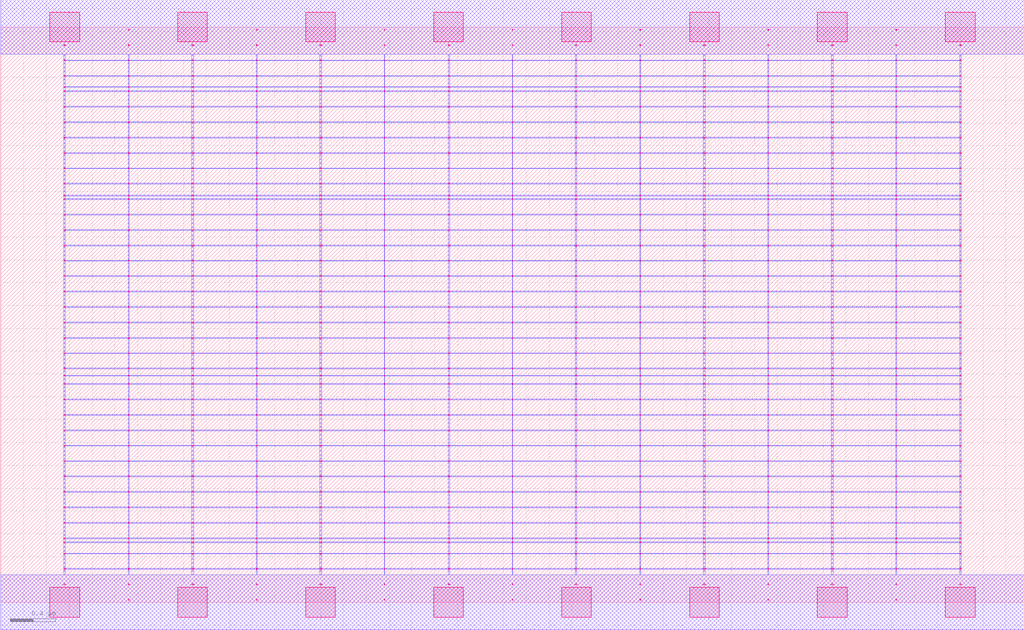
<source format=lef>
MACRO OAOAI2112_DEBUG
 CLASS CORE ;
 FOREIGN OAOAI2112_DEBUG 0 0 ;
 SIZE 8.96 BY 5.04 ;
 ORIGIN 0 0 ;
 SYMMETRY X Y R90 ;
 SITE unit ;

 OBS
    LAYER polycont ;
     RECT 4.47600000 0.15300000 4.48400000 0.16100000 ;
     RECT 4.47600000 0.28800000 4.48400000 0.29600000 ;
     RECT 4.47600000 0.42300000 4.48400000 0.43100000 ;
     RECT 4.47600000 0.52100000 4.48400000 0.52900000 ;
     RECT 4.47600000 0.55800000 4.48400000 0.56600000 ;
     RECT 4.47600000 0.69300000 4.48400000 0.70100000 ;
     RECT 4.47600000 0.82800000 4.48400000 0.83600000 ;
     RECT 4.47600000 0.96300000 4.48400000 0.97100000 ;
     RECT 4.47600000 1.09800000 4.48400000 1.10600000 ;
     RECT 4.47600000 1.23300000 4.48400000 1.24100000 ;
     RECT 4.47600000 1.36800000 4.48400000 1.37600000 ;
     RECT 4.47600000 1.50300000 4.48400000 1.51100000 ;
     RECT 4.47600000 1.63800000 4.48400000 1.64600000 ;
     RECT 4.47600000 1.77300000 4.48400000 1.78100000 ;
     RECT 4.47600000 1.90800000 4.48400000 1.91600000 ;
     RECT 4.47600000 1.98100000 4.48400000 1.98900000 ;
     RECT 4.47600000 2.04300000 4.48400000 2.05100000 ;
     RECT 4.47600000 2.17800000 4.48400000 2.18600000 ;
     RECT 4.47600000 2.31300000 4.48400000 2.32100000 ;
     RECT 4.47600000 2.44800000 4.48400000 2.45600000 ;
     RECT 0.55100000 2.58300000 0.56400000 2.59100000 ;
     RECT 1.11600000 2.58300000 1.12400000 2.59100000 ;
     RECT 1.67100000 2.58300000 1.68900000 2.59100000 ;
     RECT 2.23600000 2.58300000 2.24400000 2.59100000 ;
     RECT 2.79100000 2.58300000 2.80900000 2.59100000 ;
     RECT 3.35600000 2.58300000 3.36400000 2.59100000 ;
     RECT 3.91600000 2.58300000 3.92900000 2.59100000 ;
     RECT 4.47600000 2.58300000 4.48400000 2.59100000 ;
     RECT 5.03100000 2.58300000 5.04400000 2.59100000 ;
     RECT 5.59600000 2.58300000 5.60400000 2.59100000 ;
     RECT 6.15100000 2.58300000 6.16900000 2.59100000 ;
     RECT 6.71600000 2.58300000 6.72400000 2.59100000 ;
     RECT 7.27100000 2.58300000 7.28900000 2.59100000 ;
     RECT 7.83600000 2.58300000 7.84400000 2.59100000 ;
     RECT 8.39600000 2.58300000 8.40900000 2.59100000 ;
     RECT 0.55100000 2.71800000 0.56400000 2.72600000 ;
     RECT 1.11600000 2.71800000 1.12400000 2.72600000 ;
     RECT 1.67100000 2.71800000 1.68900000 2.72600000 ;
     RECT 2.23600000 2.71800000 2.24400000 2.72600000 ;
     RECT 2.79100000 2.71800000 2.80900000 2.72600000 ;
     RECT 3.35600000 2.71800000 3.36400000 2.72600000 ;
     RECT 3.91600000 2.71800000 3.92900000 2.72600000 ;
     RECT 4.47600000 2.71800000 4.48400000 2.72600000 ;
     RECT 5.03100000 2.71800000 5.04400000 2.72600000 ;
     RECT 5.59600000 2.71800000 5.60400000 2.72600000 ;
     RECT 6.15100000 2.71800000 6.16900000 2.72600000 ;
     RECT 6.71600000 2.71800000 6.72400000 2.72600000 ;
     RECT 7.27100000 2.71800000 7.28900000 2.72600000 ;
     RECT 7.83600000 2.71800000 7.84400000 2.72600000 ;
     RECT 8.39600000 2.71800000 8.40900000 2.72600000 ;
     RECT 0.55100000 2.85300000 0.56400000 2.86100000 ;
     RECT 1.11600000 2.85300000 1.12400000 2.86100000 ;
     RECT 1.67100000 2.85300000 1.68900000 2.86100000 ;
     RECT 2.23600000 2.85300000 2.24400000 2.86100000 ;
     RECT 2.79100000 2.85300000 2.80900000 2.86100000 ;
     RECT 3.35600000 2.85300000 3.36400000 2.86100000 ;
     RECT 3.91600000 2.85300000 3.92900000 2.86100000 ;
     RECT 4.47600000 2.85300000 4.48400000 2.86100000 ;
     RECT 5.03100000 2.85300000 5.04400000 2.86100000 ;
     RECT 5.59600000 2.85300000 5.60400000 2.86100000 ;
     RECT 6.15100000 2.85300000 6.16900000 2.86100000 ;
     RECT 6.71600000 2.85300000 6.72400000 2.86100000 ;
     RECT 7.27100000 2.85300000 7.28900000 2.86100000 ;
     RECT 7.83600000 2.85300000 7.84400000 2.86100000 ;
     RECT 8.39600000 2.85300000 8.40900000 2.86100000 ;
     RECT 0.55100000 2.98800000 0.56400000 2.99600000 ;
     RECT 1.11600000 2.98800000 1.12400000 2.99600000 ;
     RECT 1.67100000 2.98800000 1.68900000 2.99600000 ;
     RECT 2.23600000 2.98800000 2.24400000 2.99600000 ;
     RECT 2.79100000 2.98800000 2.80900000 2.99600000 ;
     RECT 3.35600000 2.98800000 3.36400000 2.99600000 ;
     RECT 3.91600000 2.98800000 3.92900000 2.99600000 ;
     RECT 4.47600000 2.98800000 4.48400000 2.99600000 ;
     RECT 5.03100000 2.98800000 5.04400000 2.99600000 ;
     RECT 5.59600000 2.98800000 5.60400000 2.99600000 ;
     RECT 6.15100000 2.98800000 6.16900000 2.99600000 ;
     RECT 6.71600000 2.98800000 6.72400000 2.99600000 ;
     RECT 7.27100000 2.98800000 7.28900000 2.99600000 ;
     RECT 7.83600000 2.98800000 7.84400000 2.99600000 ;
     RECT 8.39600000 2.98800000 8.40900000 2.99600000 ;
     RECT 4.47600000 3.12300000 4.48400000 3.13100000 ;
     RECT 4.47600000 3.25800000 4.48400000 3.26600000 ;
     RECT 4.47600000 3.39300000 4.48400000 3.40100000 ;
     RECT 4.47600000 3.52800000 4.48400000 3.53600000 ;
     RECT 4.47600000 3.56100000 4.48400000 3.56900000 ;
     RECT 4.47600000 3.66300000 4.48400000 3.67100000 ;
     RECT 4.47600000 3.79800000 4.48400000 3.80600000 ;
     RECT 4.47600000 3.93300000 4.48400000 3.94100000 ;
     RECT 4.47600000 4.06800000 4.48400000 4.07600000 ;
     RECT 4.47600000 4.20300000 4.48400000 4.21100000 ;
     RECT 4.47600000 4.33800000 4.48400000 4.34600000 ;
     RECT 4.47600000 4.47300000 4.48400000 4.48100000 ;
     RECT 4.47600000 4.51100000 4.48400000 4.51900000 ;
     RECT 4.47600000 4.60800000 4.48400000 4.61600000 ;
     RECT 4.47600000 4.74300000 4.48400000 4.75100000 ;
     RECT 4.47600000 4.87800000 4.48400000 4.88600000 ;

    LAYER pdiffc ;
     RECT 0.55100000 3.39300000 0.55900000 3.40100000 ;
     RECT 3.92100000 3.39300000 3.92900000 3.40100000 ;
     RECT 5.03100000 3.39300000 5.03900000 3.40100000 ;
     RECT 8.40100000 3.39300000 8.40900000 3.40100000 ;
     RECT 0.55100000 3.52800000 0.55900000 3.53600000 ;
     RECT 3.92100000 3.52800000 3.92900000 3.53600000 ;
     RECT 5.03100000 3.52800000 5.03900000 3.53600000 ;
     RECT 8.40100000 3.52800000 8.40900000 3.53600000 ;
     RECT 0.55100000 3.56100000 0.55900000 3.56900000 ;
     RECT 3.92100000 3.56100000 3.92900000 3.56900000 ;
     RECT 5.03100000 3.56100000 5.03900000 3.56900000 ;
     RECT 8.40100000 3.56100000 8.40900000 3.56900000 ;
     RECT 0.55100000 3.66300000 0.55900000 3.67100000 ;
     RECT 3.92100000 3.66300000 3.92900000 3.67100000 ;
     RECT 5.03100000 3.66300000 5.03900000 3.67100000 ;
     RECT 8.40100000 3.66300000 8.40900000 3.67100000 ;
     RECT 0.55100000 3.79800000 0.55900000 3.80600000 ;
     RECT 3.92100000 3.79800000 3.92900000 3.80600000 ;
     RECT 5.03100000 3.79800000 5.03900000 3.80600000 ;
     RECT 8.40100000 3.79800000 8.40900000 3.80600000 ;
     RECT 0.55100000 3.93300000 0.55900000 3.94100000 ;
     RECT 3.92100000 3.93300000 3.92900000 3.94100000 ;
     RECT 5.03100000 3.93300000 5.03900000 3.94100000 ;
     RECT 8.40100000 3.93300000 8.40900000 3.94100000 ;
     RECT 0.55100000 4.06800000 0.55900000 4.07600000 ;
     RECT 3.92100000 4.06800000 3.92900000 4.07600000 ;
     RECT 5.03100000 4.06800000 5.03900000 4.07600000 ;
     RECT 8.40100000 4.06800000 8.40900000 4.07600000 ;
     RECT 0.55100000 4.20300000 0.55900000 4.21100000 ;
     RECT 3.92100000 4.20300000 3.92900000 4.21100000 ;
     RECT 5.03100000 4.20300000 5.03900000 4.21100000 ;
     RECT 8.40100000 4.20300000 8.40900000 4.21100000 ;
     RECT 0.55100000 4.33800000 0.55900000 4.34600000 ;
     RECT 3.92100000 4.33800000 3.92900000 4.34600000 ;
     RECT 5.03100000 4.33800000 5.03900000 4.34600000 ;
     RECT 8.40100000 4.33800000 8.40900000 4.34600000 ;
     RECT 0.55100000 4.47300000 0.55900000 4.48100000 ;
     RECT 3.92100000 4.47300000 3.92900000 4.48100000 ;
     RECT 5.03100000 4.47300000 5.03900000 4.48100000 ;
     RECT 8.40100000 4.47300000 8.40900000 4.48100000 ;
     RECT 0.55100000 4.51100000 0.55900000 4.51900000 ;
     RECT 3.92100000 4.51100000 3.92900000 4.51900000 ;
     RECT 5.03100000 4.51100000 5.03900000 4.51900000 ;
     RECT 8.40100000 4.51100000 8.40900000 4.51900000 ;
     RECT 0.55100000 4.60800000 0.55900000 4.61600000 ;
     RECT 3.92100000 4.60800000 3.92900000 4.61600000 ;
     RECT 5.03100000 4.60800000 5.03900000 4.61600000 ;
     RECT 8.40100000 4.60800000 8.40900000 4.61600000 ;

    LAYER ndiffc ;
     RECT 5.03100000 0.42300000 5.04400000 0.43100000 ;
     RECT 6.15100000 0.42300000 6.16900000 0.43100000 ;
     RECT 7.27100000 0.42300000 7.28900000 0.43100000 ;
     RECT 8.39600000 0.42300000 8.40900000 0.43100000 ;
     RECT 5.03100000 0.52100000 5.04400000 0.52900000 ;
     RECT 6.15100000 0.52100000 6.16900000 0.52900000 ;
     RECT 7.27100000 0.52100000 7.28900000 0.52900000 ;
     RECT 8.39600000 0.52100000 8.40900000 0.52900000 ;
     RECT 5.03100000 0.55800000 5.04400000 0.56600000 ;
     RECT 6.15100000 0.55800000 6.16900000 0.56600000 ;
     RECT 7.27100000 0.55800000 7.28900000 0.56600000 ;
     RECT 8.39600000 0.55800000 8.40900000 0.56600000 ;
     RECT 5.03100000 0.69300000 5.04400000 0.70100000 ;
     RECT 6.15100000 0.69300000 6.16900000 0.70100000 ;
     RECT 7.27100000 0.69300000 7.28900000 0.70100000 ;
     RECT 8.39600000 0.69300000 8.40900000 0.70100000 ;
     RECT 5.03100000 0.82800000 5.04400000 0.83600000 ;
     RECT 6.15100000 0.82800000 6.16900000 0.83600000 ;
     RECT 7.27100000 0.82800000 7.28900000 0.83600000 ;
     RECT 8.39600000 0.82800000 8.40900000 0.83600000 ;
     RECT 5.03100000 0.96300000 5.04400000 0.97100000 ;
     RECT 6.15100000 0.96300000 6.16900000 0.97100000 ;
     RECT 7.27100000 0.96300000 7.28900000 0.97100000 ;
     RECT 8.39600000 0.96300000 8.40900000 0.97100000 ;
     RECT 5.03100000 1.09800000 5.04400000 1.10600000 ;
     RECT 6.15100000 1.09800000 6.16900000 1.10600000 ;
     RECT 7.27100000 1.09800000 7.28900000 1.10600000 ;
     RECT 8.39600000 1.09800000 8.40900000 1.10600000 ;
     RECT 5.03100000 1.23300000 5.04400000 1.24100000 ;
     RECT 6.15100000 1.23300000 6.16900000 1.24100000 ;
     RECT 7.27100000 1.23300000 7.28900000 1.24100000 ;
     RECT 8.39600000 1.23300000 8.40900000 1.24100000 ;
     RECT 5.03100000 1.36800000 5.04400000 1.37600000 ;
     RECT 6.15100000 1.36800000 6.16900000 1.37600000 ;
     RECT 7.27100000 1.36800000 7.28900000 1.37600000 ;
     RECT 8.39600000 1.36800000 8.40900000 1.37600000 ;
     RECT 5.03100000 1.50300000 5.04400000 1.51100000 ;
     RECT 6.15100000 1.50300000 6.16900000 1.51100000 ;
     RECT 7.27100000 1.50300000 7.28900000 1.51100000 ;
     RECT 8.39600000 1.50300000 8.40900000 1.51100000 ;
     RECT 5.03100000 1.63800000 5.04400000 1.64600000 ;
     RECT 6.15100000 1.63800000 6.16900000 1.64600000 ;
     RECT 7.27100000 1.63800000 7.28900000 1.64600000 ;
     RECT 8.39600000 1.63800000 8.40900000 1.64600000 ;
     RECT 5.03100000 1.77300000 5.04400000 1.78100000 ;
     RECT 6.15100000 1.77300000 6.16900000 1.78100000 ;
     RECT 7.27100000 1.77300000 7.28900000 1.78100000 ;
     RECT 8.39600000 1.77300000 8.40900000 1.78100000 ;
     RECT 5.03100000 1.90800000 5.04400000 1.91600000 ;
     RECT 6.15100000 1.90800000 6.16900000 1.91600000 ;
     RECT 7.27100000 1.90800000 7.28900000 1.91600000 ;
     RECT 8.39600000 1.90800000 8.40900000 1.91600000 ;
     RECT 5.03100000 1.98100000 5.04400000 1.98900000 ;
     RECT 6.15100000 1.98100000 6.16900000 1.98900000 ;
     RECT 7.27100000 1.98100000 7.28900000 1.98900000 ;
     RECT 8.39600000 1.98100000 8.40900000 1.98900000 ;
     RECT 5.03100000 2.04300000 5.04400000 2.05100000 ;
     RECT 6.15100000 2.04300000 6.16900000 2.05100000 ;
     RECT 7.27100000 2.04300000 7.28900000 2.05100000 ;
     RECT 8.39600000 2.04300000 8.40900000 2.05100000 ;
     RECT 0.55100000 0.42300000 0.56400000 0.43100000 ;
     RECT 1.67100000 0.42300000 1.68900000 0.43100000 ;
     RECT 2.79100000 0.42300000 2.80900000 0.43100000 ;
     RECT 3.91600000 0.42300000 3.92900000 0.43100000 ;
     RECT 0.55100000 1.36800000 0.56400000 1.37600000 ;
     RECT 1.67100000 1.36800000 1.68900000 1.37600000 ;
     RECT 2.79100000 1.36800000 2.80900000 1.37600000 ;
     RECT 3.91600000 1.36800000 3.92900000 1.37600000 ;
     RECT 0.55100000 0.82800000 0.56400000 0.83600000 ;
     RECT 1.67100000 0.82800000 1.68900000 0.83600000 ;
     RECT 2.79100000 0.82800000 2.80900000 0.83600000 ;
     RECT 3.91600000 0.82800000 3.92900000 0.83600000 ;
     RECT 0.55100000 1.50300000 0.56400000 1.51100000 ;
     RECT 1.67100000 1.50300000 1.68900000 1.51100000 ;
     RECT 2.79100000 1.50300000 2.80900000 1.51100000 ;
     RECT 3.91600000 1.50300000 3.92900000 1.51100000 ;
     RECT 0.55100000 0.55800000 0.56400000 0.56600000 ;
     RECT 1.67100000 0.55800000 1.68900000 0.56600000 ;
     RECT 2.79100000 0.55800000 2.80900000 0.56600000 ;
     RECT 3.91600000 0.55800000 3.92900000 0.56600000 ;
     RECT 0.55100000 1.63800000 0.56400000 1.64600000 ;
     RECT 1.67100000 1.63800000 1.68900000 1.64600000 ;
     RECT 2.79100000 1.63800000 2.80900000 1.64600000 ;
     RECT 3.91600000 1.63800000 3.92900000 1.64600000 ;
     RECT 0.55100000 0.96300000 0.56400000 0.97100000 ;
     RECT 1.67100000 0.96300000 1.68900000 0.97100000 ;
     RECT 2.79100000 0.96300000 2.80900000 0.97100000 ;
     RECT 3.91600000 0.96300000 3.92900000 0.97100000 ;
     RECT 0.55100000 1.77300000 0.56400000 1.78100000 ;
     RECT 1.67100000 1.77300000 1.68900000 1.78100000 ;
     RECT 2.79100000 1.77300000 2.80900000 1.78100000 ;
     RECT 3.91600000 1.77300000 3.92900000 1.78100000 ;
     RECT 0.55100000 0.52100000 0.56400000 0.52900000 ;
     RECT 1.67100000 0.52100000 1.68900000 0.52900000 ;
     RECT 2.79100000 0.52100000 2.80900000 0.52900000 ;
     RECT 3.91600000 0.52100000 3.92900000 0.52900000 ;
     RECT 0.55100000 1.90800000 0.56400000 1.91600000 ;
     RECT 1.67100000 1.90800000 1.68900000 1.91600000 ;
     RECT 2.79100000 1.90800000 2.80900000 1.91600000 ;
     RECT 3.91600000 1.90800000 3.92900000 1.91600000 ;
     RECT 0.55100000 1.09800000 0.56400000 1.10600000 ;
     RECT 1.67100000 1.09800000 1.68900000 1.10600000 ;
     RECT 2.79100000 1.09800000 2.80900000 1.10600000 ;
     RECT 3.91600000 1.09800000 3.92900000 1.10600000 ;
     RECT 0.55100000 1.98100000 0.56400000 1.98900000 ;
     RECT 1.67100000 1.98100000 1.68900000 1.98900000 ;
     RECT 2.79100000 1.98100000 2.80900000 1.98900000 ;
     RECT 3.91600000 1.98100000 3.92900000 1.98900000 ;
     RECT 0.55100000 0.69300000 0.56400000 0.70100000 ;
     RECT 1.67100000 0.69300000 1.68900000 0.70100000 ;
     RECT 2.79100000 0.69300000 2.80900000 0.70100000 ;
     RECT 3.91600000 0.69300000 3.92900000 0.70100000 ;
     RECT 0.55100000 2.04300000 0.56400000 2.05100000 ;
     RECT 1.67100000 2.04300000 1.68900000 2.05100000 ;
     RECT 2.79100000 2.04300000 2.80900000 2.05100000 ;
     RECT 3.91600000 2.04300000 3.92900000 2.05100000 ;
     RECT 0.55100000 1.23300000 0.56400000 1.24100000 ;
     RECT 1.67100000 1.23300000 1.68900000 1.24100000 ;
     RECT 2.79100000 1.23300000 2.80900000 1.24100000 ;
     RECT 3.91600000 1.23300000 3.92900000 1.24100000 ;

    LAYER met1 ;
     RECT 0.00000000 -0.24000000 8.96000000 0.24000000 ;
     RECT 4.47600000 0.24000000 4.48400000 0.28800000 ;
     RECT 0.55100000 0.28800000 8.40900000 0.29600000 ;
     RECT 4.47600000 0.29600000 4.48400000 0.42300000 ;
     RECT 0.55100000 0.42300000 8.40900000 0.43100000 ;
     RECT 4.47600000 0.43100000 4.48400000 0.52100000 ;
     RECT 0.55100000 0.52100000 8.40900000 0.52900000 ;
     RECT 4.47600000 0.52900000 4.48400000 0.55800000 ;
     RECT 0.55100000 0.55800000 8.40900000 0.56600000 ;
     RECT 4.47600000 0.56600000 4.48400000 0.69300000 ;
     RECT 0.55100000 0.69300000 8.40900000 0.70100000 ;
     RECT 4.47600000 0.70100000 4.48400000 0.82800000 ;
     RECT 0.55100000 0.82800000 8.40900000 0.83600000 ;
     RECT 4.47600000 0.83600000 4.48400000 0.96300000 ;
     RECT 0.55100000 0.96300000 8.40900000 0.97100000 ;
     RECT 4.47600000 0.97100000 4.48400000 1.09800000 ;
     RECT 0.55100000 1.09800000 8.40900000 1.10600000 ;
     RECT 4.47600000 1.10600000 4.48400000 1.23300000 ;
     RECT 0.55100000 1.23300000 8.40900000 1.24100000 ;
     RECT 4.47600000 1.24100000 4.48400000 1.36800000 ;
     RECT 0.55100000 1.36800000 8.40900000 1.37600000 ;
     RECT 4.47600000 1.37600000 4.48400000 1.50300000 ;
     RECT 0.55100000 1.50300000 8.40900000 1.51100000 ;
     RECT 4.47600000 1.51100000 4.48400000 1.63800000 ;
     RECT 0.55100000 1.63800000 8.40900000 1.64600000 ;
     RECT 4.47600000 1.64600000 4.48400000 1.77300000 ;
     RECT 0.55100000 1.77300000 8.40900000 1.78100000 ;
     RECT 4.47600000 1.78100000 4.48400000 1.90800000 ;
     RECT 0.55100000 1.90800000 8.40900000 1.91600000 ;
     RECT 4.47600000 1.91600000 4.48400000 1.98100000 ;
     RECT 0.55100000 1.98100000 8.40900000 1.98900000 ;
     RECT 4.47600000 1.98900000 4.48400000 2.04300000 ;
     RECT 0.55100000 2.04300000 8.40900000 2.05100000 ;
     RECT 4.47600000 2.05100000 4.48400000 2.17800000 ;
     RECT 0.55100000 2.17800000 8.40900000 2.18600000 ;
     RECT 4.47600000 2.18600000 4.48400000 2.31300000 ;
     RECT 0.55100000 2.31300000 8.40900000 2.32100000 ;
     RECT 4.47600000 2.32100000 4.48400000 2.44800000 ;
     RECT 0.55100000 2.44800000 8.40900000 2.45600000 ;
     RECT 0.55100000 2.45600000 0.56400000 2.58300000 ;
     RECT 1.11600000 2.45600000 1.12400000 2.58300000 ;
     RECT 1.67100000 2.45600000 1.68900000 2.58300000 ;
     RECT 2.23600000 2.45600000 2.24400000 2.58300000 ;
     RECT 2.79100000 2.45600000 2.80900000 2.58300000 ;
     RECT 3.35600000 2.45600000 3.36400000 2.58300000 ;
     RECT 3.91600000 2.45600000 3.92900000 2.58300000 ;
     RECT 4.47600000 2.45600000 4.48400000 2.58300000 ;
     RECT 5.03100000 2.45600000 5.04400000 2.58300000 ;
     RECT 5.59600000 2.45600000 5.60400000 2.58300000 ;
     RECT 6.15100000 2.45600000 6.16900000 2.58300000 ;
     RECT 6.71600000 2.45600000 6.72400000 2.58300000 ;
     RECT 7.27100000 2.45600000 7.28900000 2.58300000 ;
     RECT 7.83600000 2.45600000 7.84400000 2.58300000 ;
     RECT 8.39600000 2.45600000 8.40900000 2.58300000 ;
     RECT 0.55100000 2.58300000 8.40900000 2.59100000 ;
     RECT 4.47600000 2.59100000 4.48400000 2.71800000 ;
     RECT 0.55100000 2.71800000 8.40900000 2.72600000 ;
     RECT 4.47600000 2.72600000 4.48400000 2.85300000 ;
     RECT 0.55100000 2.85300000 8.40900000 2.86100000 ;
     RECT 4.47600000 2.86100000 4.48400000 2.98800000 ;
     RECT 0.55100000 2.98800000 8.40900000 2.99600000 ;
     RECT 4.47600000 2.99600000 4.48400000 3.12300000 ;
     RECT 0.55100000 3.12300000 8.40900000 3.13100000 ;
     RECT 4.47600000 3.13100000 4.48400000 3.25800000 ;
     RECT 0.55100000 3.25800000 8.40900000 3.26600000 ;
     RECT 4.47600000 3.26600000 4.48400000 3.39300000 ;
     RECT 0.55100000 3.39300000 8.40900000 3.40100000 ;
     RECT 4.47600000 3.40100000 4.48400000 3.52800000 ;
     RECT 0.55100000 3.52800000 8.40900000 3.53600000 ;
     RECT 4.47600000 3.53600000 4.48400000 3.56100000 ;
     RECT 0.55100000 3.56100000 8.40900000 3.56900000 ;
     RECT 4.47600000 3.56900000 4.48400000 3.66300000 ;
     RECT 0.55100000 3.66300000 8.40900000 3.67100000 ;
     RECT 4.47600000 3.67100000 4.48400000 3.79800000 ;
     RECT 0.55100000 3.79800000 8.40900000 3.80600000 ;
     RECT 4.47600000 3.80600000 4.48400000 3.93300000 ;
     RECT 0.55100000 3.93300000 8.40900000 3.94100000 ;
     RECT 4.47600000 3.94100000 4.48400000 4.06800000 ;
     RECT 0.55100000 4.06800000 8.40900000 4.07600000 ;
     RECT 4.47600000 4.07600000 4.48400000 4.20300000 ;
     RECT 0.55100000 4.20300000 8.40900000 4.21100000 ;
     RECT 4.47600000 4.21100000 4.48400000 4.33800000 ;
     RECT 0.55100000 4.33800000 8.40900000 4.34600000 ;
     RECT 4.47600000 4.34600000 4.48400000 4.47300000 ;
     RECT 0.55100000 4.47300000 8.40900000 4.48100000 ;
     RECT 4.47600000 4.48100000 4.48400000 4.51100000 ;
     RECT 0.55100000 4.51100000 8.40900000 4.51900000 ;
     RECT 4.47600000 4.51900000 4.48400000 4.60800000 ;
     RECT 0.55100000 4.60800000 8.40900000 4.61600000 ;
     RECT 4.47600000 4.61600000 4.48400000 4.74300000 ;
     RECT 0.55100000 4.74300000 8.40900000 4.75100000 ;
     RECT 4.47600000 4.75100000 4.48400000 4.80000000 ;
     RECT 0.00000000 4.80000000 8.96000000 5.28000000 ;
     RECT 6.71600000 3.13100000 6.72400000 3.25800000 ;
     RECT 6.71600000 3.26600000 6.72400000 3.39300000 ;
     RECT 6.71600000 3.40100000 6.72400000 3.52800000 ;
     RECT 6.71600000 2.72600000 6.72400000 2.85300000 ;
     RECT 6.71600000 3.53600000 6.72400000 3.56100000 ;
     RECT 6.71600000 3.56900000 6.72400000 3.66300000 ;
     RECT 6.71600000 2.59100000 6.72400000 2.71800000 ;
     RECT 6.71600000 3.67100000 6.72400000 3.79800000 ;
     RECT 5.03100000 3.80600000 5.04400000 3.93300000 ;
     RECT 5.59600000 3.80600000 5.60400000 3.93300000 ;
     RECT 6.15100000 3.80600000 6.16900000 3.93300000 ;
     RECT 6.71600000 3.80600000 6.72400000 3.93300000 ;
     RECT 7.27100000 3.80600000 7.28900000 3.93300000 ;
     RECT 7.83600000 3.80600000 7.84400000 3.93300000 ;
     RECT 8.39600000 3.80600000 8.40900000 3.93300000 ;
     RECT 6.71600000 2.86100000 6.72400000 2.98800000 ;
     RECT 6.71600000 3.94100000 6.72400000 4.06800000 ;
     RECT 6.71600000 4.07600000 6.72400000 4.20300000 ;
     RECT 6.71600000 4.21100000 6.72400000 4.33800000 ;
     RECT 6.71600000 4.34600000 6.72400000 4.47300000 ;
     RECT 6.71600000 4.48100000 6.72400000 4.51100000 ;
     RECT 6.71600000 2.99600000 6.72400000 3.12300000 ;
     RECT 6.71600000 4.51900000 6.72400000 4.60800000 ;
     RECT 6.71600000 4.61600000 6.72400000 4.74300000 ;
     RECT 6.71600000 4.75100000 6.72400000 4.80000000 ;
     RECT 7.27100000 4.21100000 7.28900000 4.33800000 ;
     RECT 7.83600000 4.21100000 7.84400000 4.33800000 ;
     RECT 8.39600000 4.21100000 8.40900000 4.33800000 ;
     RECT 8.39600000 3.94100000 8.40900000 4.06800000 ;
     RECT 7.27100000 4.34600000 7.28900000 4.47300000 ;
     RECT 7.83600000 4.34600000 7.84400000 4.47300000 ;
     RECT 8.39600000 4.34600000 8.40900000 4.47300000 ;
     RECT 7.27100000 3.94100000 7.28900000 4.06800000 ;
     RECT 7.27100000 4.48100000 7.28900000 4.51100000 ;
     RECT 7.83600000 4.48100000 7.84400000 4.51100000 ;
     RECT 8.39600000 4.48100000 8.40900000 4.51100000 ;
     RECT 7.27100000 4.07600000 7.28900000 4.20300000 ;
     RECT 7.83600000 4.07600000 7.84400000 4.20300000 ;
     RECT 7.27100000 4.51900000 7.28900000 4.60800000 ;
     RECT 7.83600000 4.51900000 7.84400000 4.60800000 ;
     RECT 8.39600000 4.51900000 8.40900000 4.60800000 ;
     RECT 8.39600000 4.07600000 8.40900000 4.20300000 ;
     RECT 7.27100000 4.61600000 7.28900000 4.74300000 ;
     RECT 7.83600000 4.61600000 7.84400000 4.74300000 ;
     RECT 8.39600000 4.61600000 8.40900000 4.74300000 ;
     RECT 7.83600000 3.94100000 7.84400000 4.06800000 ;
     RECT 7.27100000 4.75100000 7.28900000 4.80000000 ;
     RECT 7.83600000 4.75100000 7.84400000 4.80000000 ;
     RECT 8.39600000 4.75100000 8.40900000 4.80000000 ;
     RECT 6.15100000 4.07600000 6.16900000 4.20300000 ;
     RECT 5.59600000 3.94100000 5.60400000 4.06800000 ;
     RECT 6.15100000 3.94100000 6.16900000 4.06800000 ;
     RECT 5.03100000 4.51900000 5.04400000 4.60800000 ;
     RECT 5.59600000 4.51900000 5.60400000 4.60800000 ;
     RECT 6.15100000 4.51900000 6.16900000 4.60800000 ;
     RECT 5.03100000 4.34600000 5.04400000 4.47300000 ;
     RECT 5.59600000 4.34600000 5.60400000 4.47300000 ;
     RECT 6.15100000 4.34600000 6.16900000 4.47300000 ;
     RECT 5.03100000 3.94100000 5.04400000 4.06800000 ;
     RECT 5.03100000 4.61600000 5.04400000 4.74300000 ;
     RECT 5.59600000 4.61600000 5.60400000 4.74300000 ;
     RECT 6.15100000 4.61600000 6.16900000 4.74300000 ;
     RECT 5.03100000 4.07600000 5.04400000 4.20300000 ;
     RECT 5.03100000 4.21100000 5.04400000 4.33800000 ;
     RECT 5.59600000 4.21100000 5.60400000 4.33800000 ;
     RECT 5.03100000 4.48100000 5.04400000 4.51100000 ;
     RECT 5.03100000 4.75100000 5.04400000 4.80000000 ;
     RECT 5.59600000 4.75100000 5.60400000 4.80000000 ;
     RECT 6.15100000 4.75100000 6.16900000 4.80000000 ;
     RECT 5.59600000 4.48100000 5.60400000 4.51100000 ;
     RECT 6.15100000 4.48100000 6.16900000 4.51100000 ;
     RECT 6.15100000 4.21100000 6.16900000 4.33800000 ;
     RECT 5.59600000 4.07600000 5.60400000 4.20300000 ;
     RECT 5.03100000 3.56900000 5.04400000 3.66300000 ;
     RECT 5.59600000 3.56900000 5.60400000 3.66300000 ;
     RECT 6.15100000 3.56900000 6.16900000 3.66300000 ;
     RECT 5.03100000 3.26600000 5.04400000 3.39300000 ;
     RECT 6.15100000 2.59100000 6.16900000 2.71800000 ;
     RECT 5.59600000 3.26600000 5.60400000 3.39300000 ;
     RECT 5.03100000 3.67100000 5.04400000 3.79800000 ;
     RECT 5.59600000 3.67100000 5.60400000 3.79800000 ;
     RECT 6.15100000 3.67100000 6.16900000 3.79800000 ;
     RECT 6.15100000 3.26600000 6.16900000 3.39300000 ;
     RECT 5.03100000 2.86100000 5.04400000 2.98800000 ;
     RECT 5.59600000 2.86100000 5.60400000 2.98800000 ;
     RECT 6.15100000 3.13100000 6.16900000 3.25800000 ;
     RECT 5.59600000 2.72600000 5.60400000 2.85300000 ;
     RECT 6.15100000 2.72600000 6.16900000 2.85300000 ;
     RECT 5.03100000 3.40100000 5.04400000 3.52800000 ;
     RECT 5.59600000 3.40100000 5.60400000 3.52800000 ;
     RECT 5.03100000 2.99600000 5.04400000 3.12300000 ;
     RECT 6.15100000 3.40100000 6.16900000 3.52800000 ;
     RECT 5.59600000 3.13100000 5.60400000 3.25800000 ;
     RECT 6.15100000 2.86100000 6.16900000 2.98800000 ;
     RECT 5.03100000 2.59100000 5.04400000 2.71800000 ;
     RECT 5.59600000 2.59100000 5.60400000 2.71800000 ;
     RECT 5.03100000 3.53600000 5.04400000 3.56100000 ;
     RECT 5.59600000 3.53600000 5.60400000 3.56100000 ;
     RECT 6.15100000 3.53600000 6.16900000 3.56100000 ;
     RECT 5.59600000 2.99600000 5.60400000 3.12300000 ;
     RECT 6.15100000 2.99600000 6.16900000 3.12300000 ;
     RECT 5.03100000 2.72600000 5.04400000 2.85300000 ;
     RECT 5.03100000 3.13100000 5.04400000 3.25800000 ;
     RECT 7.83600000 2.72600000 7.84400000 2.85300000 ;
     RECT 8.39600000 2.86100000 8.40900000 2.98800000 ;
     RECT 7.27100000 2.59100000 7.28900000 2.71800000 ;
     RECT 7.27100000 2.99600000 7.28900000 3.12300000 ;
     RECT 8.39600000 2.72600000 8.40900000 2.85300000 ;
     RECT 8.39600000 3.26600000 8.40900000 3.39300000 ;
     RECT 7.27100000 3.40100000 7.28900000 3.52800000 ;
     RECT 7.83600000 3.40100000 7.84400000 3.52800000 ;
     RECT 8.39600000 3.40100000 8.40900000 3.52800000 ;
     RECT 7.27100000 3.56900000 7.28900000 3.66300000 ;
     RECT 7.83600000 3.56900000 7.84400000 3.66300000 ;
     RECT 7.83600000 2.99600000 7.84400000 3.12300000 ;
     RECT 8.39600000 2.99600000 8.40900000 3.12300000 ;
     RECT 7.83600000 2.59100000 7.84400000 2.71800000 ;
     RECT 8.39600000 3.56900000 8.40900000 3.66300000 ;
     RECT 7.27100000 3.13100000 7.28900000 3.25800000 ;
     RECT 7.27100000 2.72600000 7.28900000 2.85300000 ;
     RECT 7.83600000 3.13100000 7.84400000 3.25800000 ;
     RECT 8.39600000 3.13100000 8.40900000 3.25800000 ;
     RECT 7.27100000 3.26600000 7.28900000 3.39300000 ;
     RECT 8.39600000 2.59100000 8.40900000 2.71800000 ;
     RECT 7.83600000 3.26600000 7.84400000 3.39300000 ;
     RECT 7.27100000 2.86100000 7.28900000 2.98800000 ;
     RECT 7.83600000 2.86100000 7.84400000 2.98800000 ;
     RECT 7.27100000 3.67100000 7.28900000 3.79800000 ;
     RECT 7.83600000 3.67100000 7.84400000 3.79800000 ;
     RECT 8.39600000 3.67100000 8.40900000 3.79800000 ;
     RECT 7.27100000 3.53600000 7.28900000 3.56100000 ;
     RECT 7.83600000 3.53600000 7.84400000 3.56100000 ;
     RECT 8.39600000 3.53600000 8.40900000 3.56100000 ;
     RECT 2.23600000 3.94100000 2.24400000 4.06800000 ;
     RECT 2.23600000 3.40100000 2.24400000 3.52800000 ;
     RECT 2.23600000 4.07600000 2.24400000 4.20300000 ;
     RECT 2.23600000 3.53600000 2.24400000 3.56100000 ;
     RECT 2.23600000 4.21100000 2.24400000 4.33800000 ;
     RECT 2.23600000 2.86100000 2.24400000 2.98800000 ;
     RECT 2.23600000 3.13100000 2.24400000 3.25800000 ;
     RECT 2.23600000 4.34600000 2.24400000 4.47300000 ;
     RECT 2.23600000 3.56900000 2.24400000 3.66300000 ;
     RECT 2.23600000 4.48100000 2.24400000 4.51100000 ;
     RECT 2.23600000 2.72600000 2.24400000 2.85300000 ;
     RECT 2.23600000 4.51900000 2.24400000 4.60800000 ;
     RECT 2.23600000 3.67100000 2.24400000 3.79800000 ;
     RECT 2.23600000 4.61600000 2.24400000 4.74300000 ;
     RECT 2.23600000 3.26600000 2.24400000 3.39300000 ;
     RECT 2.23600000 2.59100000 2.24400000 2.71800000 ;
     RECT 0.55100000 3.80600000 0.56400000 3.93300000 ;
     RECT 1.11600000 3.80600000 1.12400000 3.93300000 ;
     RECT 2.23600000 4.75100000 2.24400000 4.80000000 ;
     RECT 1.67100000 3.80600000 1.68900000 3.93300000 ;
     RECT 2.23600000 3.80600000 2.24400000 3.93300000 ;
     RECT 2.79100000 3.80600000 2.80900000 3.93300000 ;
     RECT 3.35600000 3.80600000 3.36400000 3.93300000 ;
     RECT 3.91600000 3.80600000 3.92900000 3.93300000 ;
     RECT 2.23600000 2.99600000 2.24400000 3.12300000 ;
     RECT 2.79100000 3.94100000 2.80900000 4.06800000 ;
     RECT 2.79100000 4.21100000 2.80900000 4.33800000 ;
     RECT 2.79100000 4.51900000 2.80900000 4.60800000 ;
     RECT 3.35600000 4.51900000 3.36400000 4.60800000 ;
     RECT 3.91600000 4.51900000 3.92900000 4.60800000 ;
     RECT 3.35600000 4.21100000 3.36400000 4.33800000 ;
     RECT 3.91600000 4.21100000 3.92900000 4.33800000 ;
     RECT 2.79100000 4.61600000 2.80900000 4.74300000 ;
     RECT 3.35600000 4.61600000 3.36400000 4.74300000 ;
     RECT 3.91600000 4.61600000 3.92900000 4.74300000 ;
     RECT 3.35600000 3.94100000 3.36400000 4.06800000 ;
     RECT 2.79100000 4.07600000 2.80900000 4.20300000 ;
     RECT 3.35600000 4.07600000 3.36400000 4.20300000 ;
     RECT 2.79100000 4.34600000 2.80900000 4.47300000 ;
     RECT 3.35600000 4.34600000 3.36400000 4.47300000 ;
     RECT 2.79100000 4.75100000 2.80900000 4.80000000 ;
     RECT 3.35600000 4.75100000 3.36400000 4.80000000 ;
     RECT 3.91600000 4.75100000 3.92900000 4.80000000 ;
     RECT 3.91600000 4.34600000 3.92900000 4.47300000 ;
     RECT 3.91600000 4.07600000 3.92900000 4.20300000 ;
     RECT 3.91600000 3.94100000 3.92900000 4.06800000 ;
     RECT 2.79100000 4.48100000 2.80900000 4.51100000 ;
     RECT 3.35600000 4.48100000 3.36400000 4.51100000 ;
     RECT 3.91600000 4.48100000 3.92900000 4.51100000 ;
     RECT 0.55100000 4.61600000 0.56400000 4.74300000 ;
     RECT 1.11600000 4.61600000 1.12400000 4.74300000 ;
     RECT 1.67100000 4.61600000 1.68900000 4.74300000 ;
     RECT 1.67100000 4.07600000 1.68900000 4.20300000 ;
     RECT 1.67100000 3.94100000 1.68900000 4.06800000 ;
     RECT 0.55100000 4.48100000 0.56400000 4.51100000 ;
     RECT 1.11600000 4.48100000 1.12400000 4.51100000 ;
     RECT 1.67100000 4.48100000 1.68900000 4.51100000 ;
     RECT 0.55100000 3.94100000 0.56400000 4.06800000 ;
     RECT 1.11600000 3.94100000 1.12400000 4.06800000 ;
     RECT 0.55100000 4.07600000 0.56400000 4.20300000 ;
     RECT 0.55100000 4.75100000 0.56400000 4.80000000 ;
     RECT 1.11600000 4.75100000 1.12400000 4.80000000 ;
     RECT 1.67100000 4.75100000 1.68900000 4.80000000 ;
     RECT 1.11600000 4.07600000 1.12400000 4.20300000 ;
     RECT 0.55100000 4.34600000 0.56400000 4.47300000 ;
     RECT 0.55100000 4.51900000 0.56400000 4.60800000 ;
     RECT 1.11600000 4.51900000 1.12400000 4.60800000 ;
     RECT 1.67100000 4.51900000 1.68900000 4.60800000 ;
     RECT 1.11600000 4.34600000 1.12400000 4.47300000 ;
     RECT 1.67100000 4.34600000 1.68900000 4.47300000 ;
     RECT 0.55100000 4.21100000 0.56400000 4.33800000 ;
     RECT 1.11600000 4.21100000 1.12400000 4.33800000 ;
     RECT 1.67100000 4.21100000 1.68900000 4.33800000 ;
     RECT 0.55100000 3.56900000 0.56400000 3.66300000 ;
     RECT 1.11600000 3.26600000 1.12400000 3.39300000 ;
     RECT 1.67100000 3.26600000 1.68900000 3.39300000 ;
     RECT 1.11600000 3.56900000 1.12400000 3.66300000 ;
     RECT 1.67100000 3.56900000 1.68900000 3.66300000 ;
     RECT 0.55100000 2.72600000 0.56400000 2.85300000 ;
     RECT 1.67100000 3.40100000 1.68900000 3.52800000 ;
     RECT 1.11600000 2.72600000 1.12400000 2.85300000 ;
     RECT 0.55100000 2.86100000 0.56400000 2.98800000 ;
     RECT 1.11600000 2.86100000 1.12400000 2.98800000 ;
     RECT 0.55100000 3.13100000 0.56400000 3.25800000 ;
     RECT 1.11600000 3.13100000 1.12400000 3.25800000 ;
     RECT 1.67100000 3.13100000 1.68900000 3.25800000 ;
     RECT 1.67100000 2.72600000 1.68900000 2.85300000 ;
     RECT 1.67100000 2.86100000 1.68900000 2.98800000 ;
     RECT 1.67100000 2.59100000 1.68900000 2.71800000 ;
     RECT 0.55100000 3.26600000 0.56400000 3.39300000 ;
     RECT 0.55100000 3.53600000 0.56400000 3.56100000 ;
     RECT 1.11600000 3.53600000 1.12400000 3.56100000 ;
     RECT 1.67100000 3.53600000 1.68900000 3.56100000 ;
     RECT 0.55100000 3.40100000 0.56400000 3.52800000 ;
     RECT 1.11600000 3.40100000 1.12400000 3.52800000 ;
     RECT 0.55100000 2.59100000 0.56400000 2.71800000 ;
     RECT 1.11600000 2.59100000 1.12400000 2.71800000 ;
     RECT 0.55100000 3.67100000 0.56400000 3.79800000 ;
     RECT 1.11600000 3.67100000 1.12400000 3.79800000 ;
     RECT 0.55100000 2.99600000 0.56400000 3.12300000 ;
     RECT 1.11600000 2.99600000 1.12400000 3.12300000 ;
     RECT 1.67100000 2.99600000 1.68900000 3.12300000 ;
     RECT 1.67100000 3.67100000 1.68900000 3.79800000 ;
     RECT 3.91600000 3.40100000 3.92900000 3.52800000 ;
     RECT 3.91600000 3.13100000 3.92900000 3.25800000 ;
     RECT 2.79100000 2.72600000 2.80900000 2.85300000 ;
     RECT 3.35600000 2.72600000 3.36400000 2.85300000 ;
     RECT 3.91600000 2.72600000 3.92900000 2.85300000 ;
     RECT 2.79100000 2.86100000 2.80900000 2.98800000 ;
     RECT 2.79100000 3.26600000 2.80900000 3.39300000 ;
     RECT 3.35600000 3.26600000 3.36400000 3.39300000 ;
     RECT 3.91600000 3.26600000 3.92900000 3.39300000 ;
     RECT 3.91600000 2.99600000 3.92900000 3.12300000 ;
     RECT 2.79100000 2.59100000 2.80900000 2.71800000 ;
     RECT 3.35600000 2.59100000 3.36400000 2.71800000 ;
     RECT 3.91600000 2.59100000 3.92900000 2.71800000 ;
     RECT 3.35600000 2.99600000 3.36400000 3.12300000 ;
     RECT 2.79100000 3.13100000 2.80900000 3.25800000 ;
     RECT 2.79100000 3.56900000 2.80900000 3.66300000 ;
     RECT 3.35600000 3.56900000 3.36400000 3.66300000 ;
     RECT 3.91600000 3.56900000 3.92900000 3.66300000 ;
     RECT 3.35600000 3.13100000 3.36400000 3.25800000 ;
     RECT 2.79100000 2.99600000 2.80900000 3.12300000 ;
     RECT 2.79100000 3.40100000 2.80900000 3.52800000 ;
     RECT 3.35600000 3.40100000 3.36400000 3.52800000 ;
     RECT 3.35600000 3.53600000 3.36400000 3.56100000 ;
     RECT 2.79100000 3.67100000 2.80900000 3.79800000 ;
     RECT 3.35600000 3.67100000 3.36400000 3.79800000 ;
     RECT 3.91600000 3.67100000 3.92900000 3.79800000 ;
     RECT 3.91600000 3.53600000 3.92900000 3.56100000 ;
     RECT 2.79100000 3.53600000 2.80900000 3.56100000 ;
     RECT 3.35600000 2.86100000 3.36400000 2.98800000 ;
     RECT 3.91600000 2.86100000 3.92900000 2.98800000 ;
     RECT 2.23600000 1.37600000 2.24400000 1.50300000 ;
     RECT 2.23600000 0.43100000 2.24400000 0.52100000 ;
     RECT 2.23600000 1.51100000 2.24400000 1.63800000 ;
     RECT 2.23600000 1.64600000 2.24400000 1.77300000 ;
     RECT 2.23600000 1.78100000 2.24400000 1.90800000 ;
     RECT 2.23600000 1.91600000 2.24400000 1.98100000 ;
     RECT 2.23600000 1.98900000 2.24400000 2.04300000 ;
     RECT 2.23600000 0.52900000 2.24400000 0.55800000 ;
     RECT 2.23600000 2.05100000 2.24400000 2.17800000 ;
     RECT 2.23600000 2.18600000 2.24400000 2.31300000 ;
     RECT 2.23600000 2.32100000 2.24400000 2.44800000 ;
     RECT 2.23600000 0.56600000 2.24400000 0.69300000 ;
     RECT 2.23600000 0.70100000 2.24400000 0.82800000 ;
     RECT 2.23600000 0.83600000 2.24400000 0.96300000 ;
     RECT 2.23600000 0.29600000 2.24400000 0.42300000 ;
     RECT 2.23600000 0.97100000 2.24400000 1.09800000 ;
     RECT 0.55100000 1.10600000 0.56400000 1.23300000 ;
     RECT 1.11600000 1.10600000 1.12400000 1.23300000 ;
     RECT 1.67100000 1.10600000 1.68900000 1.23300000 ;
     RECT 2.23600000 1.10600000 2.24400000 1.23300000 ;
     RECT 2.79100000 1.10600000 2.80900000 1.23300000 ;
     RECT 3.35600000 1.10600000 3.36400000 1.23300000 ;
     RECT 3.91600000 1.10600000 3.92900000 1.23300000 ;
     RECT 2.23600000 0.24000000 2.24400000 0.28800000 ;
     RECT 2.23600000 1.24100000 2.24400000 1.36800000 ;
     RECT 3.35600000 1.51100000 3.36400000 1.63800000 ;
     RECT 3.91600000 1.51100000 3.92900000 1.63800000 ;
     RECT 2.79100000 2.05100000 2.80900000 2.17800000 ;
     RECT 3.35600000 2.05100000 3.36400000 2.17800000 ;
     RECT 3.91600000 2.05100000 3.92900000 2.17800000 ;
     RECT 3.91600000 1.37600000 3.92900000 1.50300000 ;
     RECT 2.79100000 2.18600000 2.80900000 2.31300000 ;
     RECT 3.35600000 2.18600000 3.36400000 2.31300000 ;
     RECT 3.91600000 2.18600000 3.92900000 2.31300000 ;
     RECT 2.79100000 1.64600000 2.80900000 1.77300000 ;
     RECT 2.79100000 2.32100000 2.80900000 2.44800000 ;
     RECT 3.35600000 2.32100000 3.36400000 2.44800000 ;
     RECT 3.91600000 2.32100000 3.92900000 2.44800000 ;
     RECT 3.35600000 1.64600000 3.36400000 1.77300000 ;
     RECT 3.91600000 1.64600000 3.92900000 1.77300000 ;
     RECT 2.79100000 1.37600000 2.80900000 1.50300000 ;
     RECT 2.79100000 1.78100000 2.80900000 1.90800000 ;
     RECT 3.35600000 1.78100000 3.36400000 1.90800000 ;
     RECT 3.91600000 1.78100000 3.92900000 1.90800000 ;
     RECT 3.35600000 1.37600000 3.36400000 1.50300000 ;
     RECT 2.79100000 1.91600000 2.80900000 1.98100000 ;
     RECT 3.35600000 1.91600000 3.36400000 1.98100000 ;
     RECT 3.91600000 1.91600000 3.92900000 1.98100000 ;
     RECT 2.79100000 1.51100000 2.80900000 1.63800000 ;
     RECT 2.79100000 1.98900000 2.80900000 2.04300000 ;
     RECT 3.35600000 1.98900000 3.36400000 2.04300000 ;
     RECT 3.91600000 1.98900000 3.92900000 2.04300000 ;
     RECT 2.79100000 1.24100000 2.80900000 1.36800000 ;
     RECT 3.35600000 1.24100000 3.36400000 1.36800000 ;
     RECT 3.91600000 1.24100000 3.92900000 1.36800000 ;
     RECT 0.55100000 1.78100000 0.56400000 1.90800000 ;
     RECT 0.55100000 2.32100000 0.56400000 2.44800000 ;
     RECT 1.11600000 2.32100000 1.12400000 2.44800000 ;
     RECT 1.67100000 2.32100000 1.68900000 2.44800000 ;
     RECT 0.55100000 1.98900000 0.56400000 2.04300000 ;
     RECT 1.11600000 1.98900000 1.12400000 2.04300000 ;
     RECT 1.67100000 1.98900000 1.68900000 2.04300000 ;
     RECT 1.11600000 1.78100000 1.12400000 1.90800000 ;
     RECT 1.67100000 1.78100000 1.68900000 1.90800000 ;
     RECT 0.55100000 1.64600000 0.56400000 1.77300000 ;
     RECT 1.11600000 1.64600000 1.12400000 1.77300000 ;
     RECT 1.67100000 1.64600000 1.68900000 1.77300000 ;
     RECT 0.55100000 2.05100000 0.56400000 2.17800000 ;
     RECT 1.11600000 2.05100000 1.12400000 2.17800000 ;
     RECT 1.67100000 2.05100000 1.68900000 2.17800000 ;
     RECT 1.67100000 1.37600000 1.68900000 1.50300000 ;
     RECT 0.55100000 1.91600000 0.56400000 1.98100000 ;
     RECT 1.11600000 1.91600000 1.12400000 1.98100000 ;
     RECT 1.67100000 1.91600000 1.68900000 1.98100000 ;
     RECT 0.55100000 2.18600000 0.56400000 2.31300000 ;
     RECT 1.11600000 2.18600000 1.12400000 2.31300000 ;
     RECT 0.55100000 1.24100000 0.56400000 1.36800000 ;
     RECT 1.11600000 1.24100000 1.12400000 1.36800000 ;
     RECT 1.67100000 1.24100000 1.68900000 1.36800000 ;
     RECT 1.67100000 2.18600000 1.68900000 2.31300000 ;
     RECT 0.55100000 1.51100000 0.56400000 1.63800000 ;
     RECT 1.11600000 1.51100000 1.12400000 1.63800000 ;
     RECT 1.67100000 1.51100000 1.68900000 1.63800000 ;
     RECT 0.55100000 1.37600000 0.56400000 1.50300000 ;
     RECT 1.11600000 1.37600000 1.12400000 1.50300000 ;
     RECT 0.55100000 0.97100000 0.56400000 1.09800000 ;
     RECT 1.11600000 0.97100000 1.12400000 1.09800000 ;
     RECT 1.67100000 0.97100000 1.68900000 1.09800000 ;
     RECT 1.67100000 0.52900000 1.68900000 0.55800000 ;
     RECT 0.55100000 0.56600000 0.56400000 0.69300000 ;
     RECT 1.11600000 0.56600000 1.12400000 0.69300000 ;
     RECT 1.67100000 0.56600000 1.68900000 0.69300000 ;
     RECT 0.55100000 0.52900000 0.56400000 0.55800000 ;
     RECT 1.11600000 0.24000000 1.12400000 0.28800000 ;
     RECT 0.55100000 0.29600000 0.56400000 0.42300000 ;
     RECT 0.55100000 0.70100000 0.56400000 0.82800000 ;
     RECT 1.67100000 0.24000000 1.68900000 0.28800000 ;
     RECT 1.11600000 0.70100000 1.12400000 0.82800000 ;
     RECT 1.67100000 0.70100000 1.68900000 0.82800000 ;
     RECT 1.67100000 0.43100000 1.68900000 0.52100000 ;
     RECT 1.11600000 0.29600000 1.12400000 0.42300000 ;
     RECT 1.67100000 0.29600000 1.68900000 0.42300000 ;
     RECT 0.55100000 0.83600000 0.56400000 0.96300000 ;
     RECT 1.11600000 0.83600000 1.12400000 0.96300000 ;
     RECT 1.67100000 0.83600000 1.68900000 0.96300000 ;
     RECT 0.55100000 0.43100000 0.56400000 0.52100000 ;
     RECT 1.11600000 0.43100000 1.12400000 0.52100000 ;
     RECT 0.55100000 0.24000000 0.56400000 0.28800000 ;
     RECT 1.11600000 0.52900000 1.12400000 0.55800000 ;
     RECT 3.35600000 0.97100000 3.36400000 1.09800000 ;
     RECT 3.91600000 0.97100000 3.92900000 1.09800000 ;
     RECT 3.35600000 0.29600000 3.36400000 0.42300000 ;
     RECT 3.91600000 0.29600000 3.92900000 0.42300000 ;
     RECT 3.91600000 0.24000000 3.92900000 0.28800000 ;
     RECT 2.79100000 0.70100000 2.80900000 0.82800000 ;
     RECT 3.35600000 0.70100000 3.36400000 0.82800000 ;
     RECT 3.91600000 0.70100000 3.92900000 0.82800000 ;
     RECT 3.91600000 0.52900000 3.92900000 0.55800000 ;
     RECT 3.35600000 0.24000000 3.36400000 0.28800000 ;
     RECT 2.79100000 0.24000000 2.80900000 0.28800000 ;
     RECT 2.79100000 0.56600000 2.80900000 0.69300000 ;
     RECT 3.35600000 0.56600000 3.36400000 0.69300000 ;
     RECT 3.91600000 0.56600000 3.92900000 0.69300000 ;
     RECT 2.79100000 0.83600000 2.80900000 0.96300000 ;
     RECT 3.35600000 0.83600000 3.36400000 0.96300000 ;
     RECT 3.91600000 0.83600000 3.92900000 0.96300000 ;
     RECT 3.35600000 0.43100000 3.36400000 0.52100000 ;
     RECT 2.79100000 0.29600000 2.80900000 0.42300000 ;
     RECT 2.79100000 0.43100000 2.80900000 0.52100000 ;
     RECT 2.79100000 0.52900000 2.80900000 0.55800000 ;
     RECT 3.91600000 0.43100000 3.92900000 0.52100000 ;
     RECT 3.35600000 0.52900000 3.36400000 0.55800000 ;
     RECT 2.79100000 0.97100000 2.80900000 1.09800000 ;
     RECT 6.71600000 0.43100000 6.72400000 0.52100000 ;
     RECT 6.71600000 0.56600000 6.72400000 0.69300000 ;
     RECT 6.71600000 1.91600000 6.72400000 1.98100000 ;
     RECT 5.03100000 1.10600000 5.04400000 1.23300000 ;
     RECT 5.59600000 1.10600000 5.60400000 1.23300000 ;
     RECT 6.15100000 1.10600000 6.16900000 1.23300000 ;
     RECT 6.71600000 1.10600000 6.72400000 1.23300000 ;
     RECT 7.27100000 1.10600000 7.28900000 1.23300000 ;
     RECT 7.83600000 1.10600000 7.84400000 1.23300000 ;
     RECT 8.39600000 1.10600000 8.40900000 1.23300000 ;
     RECT 6.71600000 1.98900000 6.72400000 2.04300000 ;
     RECT 6.71600000 0.29600000 6.72400000 0.42300000 ;
     RECT 6.71600000 2.05100000 6.72400000 2.17800000 ;
     RECT 6.71600000 1.24100000 6.72400000 1.36800000 ;
     RECT 6.71600000 2.18600000 6.72400000 2.31300000 ;
     RECT 6.71600000 0.70100000 6.72400000 0.82800000 ;
     RECT 6.71600000 0.24000000 6.72400000 0.28800000 ;
     RECT 6.71600000 2.32100000 6.72400000 2.44800000 ;
     RECT 6.71600000 1.37600000 6.72400000 1.50300000 ;
     RECT 6.71600000 0.52900000 6.72400000 0.55800000 ;
     RECT 6.71600000 1.51100000 6.72400000 1.63800000 ;
     RECT 6.71600000 0.83600000 6.72400000 0.96300000 ;
     RECT 6.71600000 1.64600000 6.72400000 1.77300000 ;
     RECT 6.71600000 0.97100000 6.72400000 1.09800000 ;
     RECT 6.71600000 1.78100000 6.72400000 1.90800000 ;
     RECT 8.39600000 1.24100000 8.40900000 1.36800000 ;
     RECT 7.27100000 1.98900000 7.28900000 2.04300000 ;
     RECT 7.27100000 2.18600000 7.28900000 2.31300000 ;
     RECT 7.83600000 2.18600000 7.84400000 2.31300000 ;
     RECT 8.39600000 2.18600000 8.40900000 2.31300000 ;
     RECT 7.83600000 1.98900000 7.84400000 2.04300000 ;
     RECT 8.39600000 1.98900000 8.40900000 2.04300000 ;
     RECT 8.39600000 1.91600000 8.40900000 1.98100000 ;
     RECT 7.27100000 2.32100000 7.28900000 2.44800000 ;
     RECT 7.83600000 2.32100000 7.84400000 2.44800000 ;
     RECT 8.39600000 2.32100000 8.40900000 2.44800000 ;
     RECT 7.27100000 1.91600000 7.28900000 1.98100000 ;
     RECT 7.27100000 1.37600000 7.28900000 1.50300000 ;
     RECT 7.83600000 1.37600000 7.84400000 1.50300000 ;
     RECT 8.39600000 1.37600000 8.40900000 1.50300000 ;
     RECT 7.27100000 2.05100000 7.28900000 2.17800000 ;
     RECT 7.83600000 2.05100000 7.84400000 2.17800000 ;
     RECT 7.27100000 1.51100000 7.28900000 1.63800000 ;
     RECT 7.83600000 1.51100000 7.84400000 1.63800000 ;
     RECT 8.39600000 1.51100000 8.40900000 1.63800000 ;
     RECT 8.39600000 2.05100000 8.40900000 2.17800000 ;
     RECT 7.83600000 1.91600000 7.84400000 1.98100000 ;
     RECT 7.27100000 1.64600000 7.28900000 1.77300000 ;
     RECT 7.83600000 1.64600000 7.84400000 1.77300000 ;
     RECT 8.39600000 1.64600000 8.40900000 1.77300000 ;
     RECT 7.27100000 1.24100000 7.28900000 1.36800000 ;
     RECT 7.83600000 1.24100000 7.84400000 1.36800000 ;
     RECT 7.27100000 1.78100000 7.28900000 1.90800000 ;
     RECT 7.83600000 1.78100000 7.84400000 1.90800000 ;
     RECT 8.39600000 1.78100000 8.40900000 1.90800000 ;
     RECT 5.59600000 1.98900000 5.60400000 2.04300000 ;
     RECT 6.15100000 1.37600000 6.16900000 1.50300000 ;
     RECT 5.03100000 2.05100000 5.04400000 2.17800000 ;
     RECT 5.59600000 2.05100000 5.60400000 2.17800000 ;
     RECT 5.03100000 2.18600000 5.04400000 2.31300000 ;
     RECT 5.59600000 2.18600000 5.60400000 2.31300000 ;
     RECT 6.15100000 2.18600000 6.16900000 2.31300000 ;
     RECT 5.03100000 1.51100000 5.04400000 1.63800000 ;
     RECT 5.59600000 1.51100000 5.60400000 1.63800000 ;
     RECT 6.15100000 1.51100000 6.16900000 1.63800000 ;
     RECT 6.15100000 2.05100000 6.16900000 2.17800000 ;
     RECT 6.15100000 1.98900000 6.16900000 2.04300000 ;
     RECT 6.15100000 1.91600000 6.16900000 1.98100000 ;
     RECT 5.03100000 1.91600000 5.04400000 1.98100000 ;
     RECT 5.59600000 1.91600000 5.60400000 1.98100000 ;
     RECT 5.03100000 1.64600000 5.04400000 1.77300000 ;
     RECT 5.59600000 1.64600000 5.60400000 1.77300000 ;
     RECT 6.15100000 1.64600000 6.16900000 1.77300000 ;
     RECT 5.03100000 1.24100000 5.04400000 1.36800000 ;
     RECT 5.03100000 1.37600000 5.04400000 1.50300000 ;
     RECT 5.59600000 1.37600000 5.60400000 1.50300000 ;
     RECT 5.03100000 2.32100000 5.04400000 2.44800000 ;
     RECT 5.59600000 2.32100000 5.60400000 2.44800000 ;
     RECT 5.03100000 1.78100000 5.04400000 1.90800000 ;
     RECT 5.59600000 1.78100000 5.60400000 1.90800000 ;
     RECT 6.15100000 1.78100000 6.16900000 1.90800000 ;
     RECT 6.15100000 2.32100000 6.16900000 2.44800000 ;
     RECT 5.59600000 1.24100000 5.60400000 1.36800000 ;
     RECT 6.15100000 1.24100000 6.16900000 1.36800000 ;
     RECT 5.03100000 1.98900000 5.04400000 2.04300000 ;
     RECT 5.59600000 0.24000000 5.60400000 0.28800000 ;
     RECT 5.03100000 0.29600000 5.04400000 0.42300000 ;
     RECT 5.59600000 0.52900000 5.60400000 0.55800000 ;
     RECT 6.15100000 0.52900000 6.16900000 0.55800000 ;
     RECT 6.15100000 0.70100000 6.16900000 0.82800000 ;
     RECT 5.03100000 0.83600000 5.04400000 0.96300000 ;
     RECT 5.59600000 0.83600000 5.60400000 0.96300000 ;
     RECT 6.15100000 0.83600000 6.16900000 0.96300000 ;
     RECT 6.15100000 0.29600000 6.16900000 0.42300000 ;
     RECT 5.59600000 0.29600000 5.60400000 0.42300000 ;
     RECT 5.03100000 0.43100000 5.04400000 0.52100000 ;
     RECT 5.59600000 0.43100000 5.60400000 0.52100000 ;
     RECT 6.15100000 0.43100000 6.16900000 0.52100000 ;
     RECT 5.03100000 0.97100000 5.04400000 1.09800000 ;
     RECT 5.59600000 0.97100000 5.60400000 1.09800000 ;
     RECT 6.15100000 0.97100000 6.16900000 1.09800000 ;
     RECT 5.59600000 0.56600000 5.60400000 0.69300000 ;
     RECT 6.15100000 0.24000000 6.16900000 0.28800000 ;
     RECT 5.03100000 0.70100000 5.04400000 0.82800000 ;
     RECT 6.15100000 0.56600000 6.16900000 0.69300000 ;
     RECT 5.03100000 0.56600000 5.04400000 0.69300000 ;
     RECT 5.59600000 0.70100000 5.60400000 0.82800000 ;
     RECT 5.03100000 0.52900000 5.04400000 0.55800000 ;
     RECT 5.03100000 0.24000000 5.04400000 0.28800000 ;
     RECT 7.83600000 0.52900000 7.84400000 0.55800000 ;
     RECT 8.39600000 0.56600000 8.40900000 0.69300000 ;
     RECT 7.27100000 0.43100000 7.28900000 0.52100000 ;
     RECT 7.27100000 0.29600000 7.28900000 0.42300000 ;
     RECT 7.83600000 0.29600000 7.84400000 0.42300000 ;
     RECT 7.27100000 0.70100000 7.28900000 0.82800000 ;
     RECT 7.83600000 0.70100000 7.84400000 0.82800000 ;
     RECT 8.39600000 0.70100000 8.40900000 0.82800000 ;
     RECT 8.39600000 0.29600000 8.40900000 0.42300000 ;
     RECT 7.27100000 0.24000000 7.28900000 0.28800000 ;
     RECT 7.83600000 0.24000000 7.84400000 0.28800000 ;
     RECT 7.83600000 0.56600000 7.84400000 0.69300000 ;
     RECT 7.27100000 0.83600000 7.28900000 0.96300000 ;
     RECT 7.83600000 0.83600000 7.84400000 0.96300000 ;
     RECT 7.27100000 0.97100000 7.28900000 1.09800000 ;
     RECT 8.39600000 0.83600000 8.40900000 0.96300000 ;
     RECT 8.39600000 0.52900000 8.40900000 0.55800000 ;
     RECT 8.39600000 0.24000000 8.40900000 0.28800000 ;
     RECT 7.27100000 0.56600000 7.28900000 0.69300000 ;
     RECT 7.83600000 0.43100000 7.84400000 0.52100000 ;
     RECT 8.39600000 0.43100000 8.40900000 0.52100000 ;
     RECT 7.27100000 0.52900000 7.28900000 0.55800000 ;
     RECT 7.83600000 0.97100000 7.84400000 1.09800000 ;
     RECT 8.39600000 0.97100000 8.40900000 1.09800000 ;

    LAYER via1 ;
     RECT 4.47600000 0.01800000 4.48400000 0.02600000 ;
     RECT 4.47600000 0.15300000 4.48400000 0.16100000 ;
     RECT 4.47600000 0.28800000 4.48400000 0.29600000 ;
     RECT 4.47600000 0.42300000 4.48400000 0.43100000 ;
     RECT 4.47600000 0.52100000 4.48400000 0.52900000 ;
     RECT 4.47600000 0.55800000 4.48400000 0.56600000 ;
     RECT 4.47600000 0.69300000 4.48400000 0.70100000 ;
     RECT 4.47600000 0.82800000 4.48400000 0.83600000 ;
     RECT 4.47600000 0.96300000 4.48400000 0.97100000 ;
     RECT 4.47600000 1.09800000 4.48400000 1.10600000 ;
     RECT 4.47600000 1.23300000 4.48400000 1.24100000 ;
     RECT 4.47600000 1.36800000 4.48400000 1.37600000 ;
     RECT 4.47600000 1.50300000 4.48400000 1.51100000 ;
     RECT 4.47600000 1.63800000 4.48400000 1.64600000 ;
     RECT 4.47600000 1.77300000 4.48400000 1.78100000 ;
     RECT 4.47600000 1.90800000 4.48400000 1.91600000 ;
     RECT 4.47600000 1.98100000 4.48400000 1.98900000 ;
     RECT 4.47600000 2.04300000 4.48400000 2.05100000 ;
     RECT 4.47600000 2.17800000 4.48400000 2.18600000 ;
     RECT 4.47600000 2.31300000 4.48400000 2.32100000 ;
     RECT 4.47600000 2.44800000 4.48400000 2.45600000 ;
     RECT 4.47600000 2.58300000 4.48400000 2.59100000 ;
     RECT 4.47600000 2.71800000 4.48400000 2.72600000 ;
     RECT 4.47600000 2.85300000 4.48400000 2.86100000 ;
     RECT 4.47600000 2.98800000 4.48400000 2.99600000 ;
     RECT 4.47600000 3.12300000 4.48400000 3.13100000 ;
     RECT 4.47600000 3.25800000 4.48400000 3.26600000 ;
     RECT 4.47600000 3.39300000 4.48400000 3.40100000 ;
     RECT 4.47600000 3.52800000 4.48400000 3.53600000 ;
     RECT 4.47600000 3.56100000 4.48400000 3.56900000 ;
     RECT 4.47600000 3.66300000 4.48400000 3.67100000 ;
     RECT 4.47600000 3.79800000 4.48400000 3.80600000 ;
     RECT 4.47600000 3.93300000 4.48400000 3.94100000 ;
     RECT 4.47600000 4.06800000 4.48400000 4.07600000 ;
     RECT 4.47600000 4.20300000 4.48400000 4.21100000 ;
     RECT 4.47600000 4.33800000 4.48400000 4.34600000 ;
     RECT 4.47600000 4.47300000 4.48400000 4.48100000 ;
     RECT 4.47600000 4.51100000 4.48400000 4.51900000 ;
     RECT 4.47600000 4.60800000 4.48400000 4.61600000 ;
     RECT 4.47600000 4.74300000 4.48400000 4.75100000 ;
     RECT 4.47600000 4.87800000 4.48400000 4.88600000 ;
     RECT 4.47600000 5.01300000 4.48400000 5.02100000 ;
     RECT 6.71600000 3.93300000 6.72400000 3.94100000 ;
     RECT 7.27100000 3.93300000 7.28900000 3.94100000 ;
     RECT 7.83600000 3.93300000 7.84400000 3.94100000 ;
     RECT 8.39600000 3.93300000 8.40900000 3.94100000 ;
     RECT 6.71600000 4.06800000 6.72400000 4.07600000 ;
     RECT 7.27100000 4.06800000 7.28900000 4.07600000 ;
     RECT 7.83600000 4.06800000 7.84400000 4.07600000 ;
     RECT 8.39600000 4.06800000 8.40900000 4.07600000 ;
     RECT 6.71600000 4.20300000 6.72400000 4.21100000 ;
     RECT 7.27100000 4.20300000 7.28900000 4.21100000 ;
     RECT 7.83600000 4.20300000 7.84400000 4.21100000 ;
     RECT 8.39600000 4.20300000 8.40900000 4.21100000 ;
     RECT 6.71600000 4.33800000 6.72400000 4.34600000 ;
     RECT 7.27100000 4.33800000 7.28900000 4.34600000 ;
     RECT 7.83600000 4.33800000 7.84400000 4.34600000 ;
     RECT 8.39600000 4.33800000 8.40900000 4.34600000 ;
     RECT 6.71600000 4.47300000 6.72400000 4.48100000 ;
     RECT 7.27100000 4.47300000 7.28900000 4.48100000 ;
     RECT 7.83600000 4.47300000 7.84400000 4.48100000 ;
     RECT 8.39600000 4.47300000 8.40900000 4.48100000 ;
     RECT 6.71600000 4.51100000 6.72400000 4.51900000 ;
     RECT 7.27100000 4.51100000 7.28900000 4.51900000 ;
     RECT 7.83600000 4.51100000 7.84400000 4.51900000 ;
     RECT 8.39600000 4.51100000 8.40900000 4.51900000 ;
     RECT 6.71600000 4.60800000 6.72400000 4.61600000 ;
     RECT 7.27100000 4.60800000 7.28900000 4.61600000 ;
     RECT 7.83600000 4.60800000 7.84400000 4.61600000 ;
     RECT 8.39600000 4.60800000 8.40900000 4.61600000 ;
     RECT 6.71600000 4.74300000 6.72400000 4.75100000 ;
     RECT 7.27100000 4.74300000 7.28900000 4.75100000 ;
     RECT 7.83600000 4.74300000 7.84400000 4.75100000 ;
     RECT 8.39600000 4.74300000 8.40900000 4.75100000 ;
     RECT 6.71600000 4.87800000 6.72400000 4.88600000 ;
     RECT 7.27100000 4.87800000 7.28900000 4.88600000 ;
     RECT 7.83600000 4.87800000 7.84400000 4.88600000 ;
     RECT 8.39600000 4.87800000 8.40900000 4.88600000 ;
     RECT 6.71600000 5.01300000 6.72400000 5.02100000 ;
     RECT 7.83600000 5.01300000 7.84400000 5.02100000 ;
     RECT 7.15000000 4.91000000 7.41000000 5.17000000 ;
     RECT 8.27000000 4.91000000 8.53000000 5.17000000 ;
     RECT 5.59600000 4.33800000 5.60400000 4.34600000 ;
     RECT 6.15100000 4.33800000 6.16900000 4.34600000 ;
     RECT 5.03100000 4.60800000 5.04400000 4.61600000 ;
     RECT 5.59600000 4.60800000 5.60400000 4.61600000 ;
     RECT 6.15100000 4.60800000 6.16900000 4.61600000 ;
     RECT 5.03100000 3.93300000 5.04400000 3.94100000 ;
     RECT 5.03100000 4.06800000 5.04400000 4.07600000 ;
     RECT 5.03100000 4.20300000 5.04400000 4.21100000 ;
     RECT 5.59600000 4.20300000 5.60400000 4.21100000 ;
     RECT 5.03100000 4.74300000 5.04400000 4.75100000 ;
     RECT 5.59600000 4.74300000 5.60400000 4.75100000 ;
     RECT 6.15100000 4.74300000 6.16900000 4.75100000 ;
     RECT 5.03100000 4.47300000 5.04400000 4.48100000 ;
     RECT 5.59600000 4.47300000 5.60400000 4.48100000 ;
     RECT 6.15100000 4.47300000 6.16900000 4.48100000 ;
     RECT 6.15100000 4.20300000 6.16900000 4.21100000 ;
     RECT 5.03100000 4.87800000 5.04400000 4.88600000 ;
     RECT 5.59600000 4.87800000 5.60400000 4.88600000 ;
     RECT 6.15100000 4.87800000 6.16900000 4.88600000 ;
     RECT 5.59600000 4.06800000 5.60400000 4.07600000 ;
     RECT 6.15100000 4.06800000 6.16900000 4.07600000 ;
     RECT 5.59600000 3.93300000 5.60400000 3.94100000 ;
     RECT 5.03100000 4.51100000 5.04400000 4.51900000 ;
     RECT 5.59600000 5.01300000 5.60400000 5.02100000 ;
     RECT 5.59600000 4.51100000 5.60400000 4.51900000 ;
     RECT 6.15100000 4.51100000 6.16900000 4.51900000 ;
     RECT 4.91000000 4.91000000 5.17000000 5.17000000 ;
     RECT 6.03000000 4.91000000 6.29000000 5.17000000 ;
     RECT 6.15100000 3.93300000 6.16900000 3.94100000 ;
     RECT 5.03100000 4.33800000 5.04400000 4.34600000 ;
     RECT 5.59600000 3.39300000 5.60400000 3.40100000 ;
     RECT 6.15100000 3.39300000 6.16900000 3.40100000 ;
     RECT 5.03100000 2.85300000 5.04400000 2.86100000 ;
     RECT 5.03100000 3.52800000 5.04400000 3.53600000 ;
     RECT 5.59600000 3.52800000 5.60400000 3.53600000 ;
     RECT 6.15100000 3.52800000 6.16900000 3.53600000 ;
     RECT 5.03100000 2.58300000 5.04400000 2.59100000 ;
     RECT 5.03100000 3.56100000 5.04400000 3.56900000 ;
     RECT 5.59600000 3.56100000 5.60400000 3.56900000 ;
     RECT 6.15100000 3.56100000 6.16900000 3.56900000 ;
     RECT 5.59600000 2.85300000 5.60400000 2.86100000 ;
     RECT 5.03100000 2.71800000 5.04400000 2.72600000 ;
     RECT 5.03100000 3.66300000 5.04400000 3.67100000 ;
     RECT 5.59600000 3.66300000 5.60400000 3.67100000 ;
     RECT 6.15100000 3.66300000 6.16900000 3.67100000 ;
     RECT 5.59600000 2.71800000 5.60400000 2.72600000 ;
     RECT 5.03100000 3.79800000 5.04400000 3.80600000 ;
     RECT 5.59600000 3.79800000 5.60400000 3.80600000 ;
     RECT 6.15100000 2.85300000 6.16900000 2.86100000 ;
     RECT 6.15100000 3.79800000 6.16900000 3.80600000 ;
     RECT 6.15100000 2.71800000 6.16900000 2.72600000 ;
     RECT 6.15100000 2.58300000 6.16900000 2.59100000 ;
     RECT 5.03100000 2.98800000 5.04400000 2.99600000 ;
     RECT 5.59600000 2.98800000 5.60400000 2.99600000 ;
     RECT 6.15100000 2.98800000 6.16900000 2.99600000 ;
     RECT 5.03100000 3.12300000 5.04400000 3.13100000 ;
     RECT 5.59600000 3.12300000 5.60400000 3.13100000 ;
     RECT 5.59600000 2.58300000 5.60400000 2.59100000 ;
     RECT 6.15100000 3.12300000 6.16900000 3.13100000 ;
     RECT 5.03100000 3.25800000 5.04400000 3.26600000 ;
     RECT 5.59600000 3.25800000 5.60400000 3.26600000 ;
     RECT 6.15100000 3.25800000 6.16900000 3.26600000 ;
     RECT 5.03100000 3.39300000 5.04400000 3.40100000 ;
     RECT 7.83600000 3.25800000 7.84400000 3.26600000 ;
     RECT 8.39600000 3.25800000 8.40900000 3.26600000 ;
     RECT 7.83600000 2.58300000 7.84400000 2.59100000 ;
     RECT 6.71600000 3.79800000 6.72400000 3.80600000 ;
     RECT 7.27100000 3.79800000 7.28900000 3.80600000 ;
     RECT 7.83600000 3.79800000 7.84400000 3.80600000 ;
     RECT 8.39600000 3.79800000 8.40900000 3.80600000 ;
     RECT 8.39600000 2.98800000 8.40900000 2.99600000 ;
     RECT 6.71600000 2.58300000 6.72400000 2.59100000 ;
     RECT 7.83600000 2.85300000 7.84400000 2.86100000 ;
     RECT 6.71600000 3.39300000 6.72400000 3.40100000 ;
     RECT 7.27100000 3.39300000 7.28900000 3.40100000 ;
     RECT 7.83600000 3.39300000 7.84400000 3.40100000 ;
     RECT 8.39600000 3.39300000 8.40900000 3.40100000 ;
     RECT 8.39600000 2.58300000 8.40900000 2.59100000 ;
     RECT 6.71600000 2.71800000 6.72400000 2.72600000 ;
     RECT 8.39600000 2.85300000 8.40900000 2.86100000 ;
     RECT 7.27100000 2.85300000 7.28900000 2.86100000 ;
     RECT 6.71600000 3.12300000 6.72400000 3.13100000 ;
     RECT 6.71600000 3.52800000 6.72400000 3.53600000 ;
     RECT 7.27100000 3.52800000 7.28900000 3.53600000 ;
     RECT 7.83600000 3.52800000 7.84400000 3.53600000 ;
     RECT 8.39600000 3.52800000 8.40900000 3.53600000 ;
     RECT 7.27100000 2.71800000 7.28900000 2.72600000 ;
     RECT 7.27100000 3.12300000 7.28900000 3.13100000 ;
     RECT 7.83600000 3.12300000 7.84400000 3.13100000 ;
     RECT 8.39600000 3.12300000 8.40900000 3.13100000 ;
     RECT 7.27100000 2.58300000 7.28900000 2.59100000 ;
     RECT 6.71600000 3.56100000 6.72400000 3.56900000 ;
     RECT 7.27100000 3.56100000 7.28900000 3.56900000 ;
     RECT 7.83600000 3.56100000 7.84400000 3.56900000 ;
     RECT 7.83600000 2.71800000 7.84400000 2.72600000 ;
     RECT 8.39600000 3.56100000 8.40900000 3.56900000 ;
     RECT 6.71600000 2.98800000 6.72400000 2.99600000 ;
     RECT 7.27100000 2.98800000 7.28900000 2.99600000 ;
     RECT 7.83600000 2.98800000 7.84400000 2.99600000 ;
     RECT 6.71600000 2.85300000 6.72400000 2.86100000 ;
     RECT 6.71600000 3.25800000 6.72400000 3.26600000 ;
     RECT 6.71600000 3.66300000 6.72400000 3.67100000 ;
     RECT 7.27100000 3.66300000 7.28900000 3.67100000 ;
     RECT 8.39600000 2.71800000 8.40900000 2.72600000 ;
     RECT 7.83600000 3.66300000 7.84400000 3.67100000 ;
     RECT 8.39600000 3.66300000 8.40900000 3.67100000 ;
     RECT 7.27100000 3.25800000 7.28900000 3.26600000 ;
     RECT 2.79100000 3.93300000 2.80900000 3.94100000 ;
     RECT 3.35600000 3.93300000 3.36400000 3.94100000 ;
     RECT 3.91600000 3.93300000 3.92900000 3.94100000 ;
     RECT 2.79100000 4.06800000 2.80900000 4.07600000 ;
     RECT 3.35600000 4.06800000 3.36400000 4.07600000 ;
     RECT 3.91600000 4.06800000 3.92900000 4.07600000 ;
     RECT 2.79100000 4.20300000 2.80900000 4.21100000 ;
     RECT 3.35600000 4.20300000 3.36400000 4.21100000 ;
     RECT 3.91600000 4.20300000 3.92900000 4.21100000 ;
     RECT 2.79100000 4.33800000 2.80900000 4.34600000 ;
     RECT 3.35600000 4.33800000 3.36400000 4.34600000 ;
     RECT 3.91600000 4.33800000 3.92900000 4.34600000 ;
     RECT 2.79100000 4.47300000 2.80900000 4.48100000 ;
     RECT 3.35600000 4.47300000 3.36400000 4.48100000 ;
     RECT 3.91600000 4.47300000 3.92900000 4.48100000 ;
     RECT 2.79100000 4.51100000 2.80900000 4.51900000 ;
     RECT 3.35600000 4.51100000 3.36400000 4.51900000 ;
     RECT 3.91600000 4.51100000 3.92900000 4.51900000 ;
     RECT 2.79100000 4.60800000 2.80900000 4.61600000 ;
     RECT 3.35600000 4.60800000 3.36400000 4.61600000 ;
     RECT 3.91600000 4.60800000 3.92900000 4.61600000 ;
     RECT 2.79100000 4.74300000 2.80900000 4.75100000 ;
     RECT 3.35600000 4.74300000 3.36400000 4.75100000 ;
     RECT 3.91600000 4.74300000 3.92900000 4.75100000 ;
     RECT 2.79100000 4.87800000 2.80900000 4.88600000 ;
     RECT 3.35600000 4.87800000 3.36400000 4.88600000 ;
     RECT 3.91600000 4.87800000 3.92900000 4.88600000 ;
     RECT 3.35600000 5.01300000 3.36400000 5.02100000 ;
     RECT 2.67000000 4.91000000 2.93000000 5.17000000 ;
     RECT 3.79000000 4.91000000 4.05000000 5.17000000 ;
     RECT 1.67100000 4.20300000 1.68900000 4.21100000 ;
     RECT 2.23600000 4.20300000 2.24400000 4.21100000 ;
     RECT 0.55100000 4.51100000 0.56400000 4.51900000 ;
     RECT 1.11600000 4.51100000 1.12400000 4.51900000 ;
     RECT 1.67100000 4.51100000 1.68900000 4.51900000 ;
     RECT 2.23600000 4.51100000 2.24400000 4.51900000 ;
     RECT 1.67100000 4.06800000 1.68900000 4.07600000 ;
     RECT 2.23600000 4.06800000 2.24400000 4.07600000 ;
     RECT 2.23600000 3.93300000 2.24400000 3.94100000 ;
     RECT 0.55100000 4.60800000 0.56400000 4.61600000 ;
     RECT 1.11600000 4.60800000 1.12400000 4.61600000 ;
     RECT 1.67100000 4.60800000 1.68900000 4.61600000 ;
     RECT 2.23600000 4.60800000 2.24400000 4.61600000 ;
     RECT 0.55100000 4.33800000 0.56400000 4.34600000 ;
     RECT 1.11600000 4.33800000 1.12400000 4.34600000 ;
     RECT 1.67100000 4.33800000 1.68900000 4.34600000 ;
     RECT 0.55100000 4.74300000 0.56400000 4.75100000 ;
     RECT 1.11600000 4.74300000 1.12400000 4.75100000 ;
     RECT 1.67100000 4.74300000 1.68900000 4.75100000 ;
     RECT 2.23600000 4.74300000 2.24400000 4.75100000 ;
     RECT 2.23600000 4.33800000 2.24400000 4.34600000 ;
     RECT 0.55100000 4.06800000 0.56400000 4.07600000 ;
     RECT 1.11600000 4.06800000 1.12400000 4.07600000 ;
     RECT 0.55100000 4.87800000 0.56400000 4.88600000 ;
     RECT 1.11600000 4.87800000 1.12400000 4.88600000 ;
     RECT 1.67100000 4.87800000 1.68900000 4.88600000 ;
     RECT 2.23600000 4.87800000 2.24400000 4.88600000 ;
     RECT 0.55100000 4.20300000 0.56400000 4.21100000 ;
     RECT 0.55100000 4.47300000 0.56400000 4.48100000 ;
     RECT 1.11600000 4.47300000 1.12400000 4.48100000 ;
     RECT 1.11600000 5.01300000 1.12400000 5.02100000 ;
     RECT 2.23600000 5.01300000 2.24400000 5.02100000 ;
     RECT 1.67100000 4.47300000 1.68900000 4.48100000 ;
     RECT 0.43000000 4.91000000 0.69000000 5.17000000 ;
     RECT 1.55000000 4.91000000 1.81000000 5.17000000 ;
     RECT 2.23600000 4.47300000 2.24400000 4.48100000 ;
     RECT 1.11600000 4.20300000 1.12400000 4.21100000 ;
     RECT 0.55100000 3.93300000 0.56400000 3.94100000 ;
     RECT 1.11600000 3.93300000 1.12400000 3.94100000 ;
     RECT 1.67100000 3.93300000 1.68900000 3.94100000 ;
     RECT 1.67100000 3.12300000 1.68900000 3.13100000 ;
     RECT 2.23600000 3.12300000 2.24400000 3.13100000 ;
     RECT 2.23600000 2.98800000 2.24400000 2.99600000 ;
     RECT 1.11600000 3.66300000 1.12400000 3.67100000 ;
     RECT 1.67100000 3.66300000 1.68900000 3.67100000 ;
     RECT 2.23600000 3.66300000 2.24400000 3.67100000 ;
     RECT 1.11600000 2.71800000 1.12400000 2.72600000 ;
     RECT 1.67100000 2.71800000 1.68900000 2.72600000 ;
     RECT 0.55100000 3.52800000 0.56400000 3.53600000 ;
     RECT 1.11600000 3.52800000 1.12400000 3.53600000 ;
     RECT 1.67100000 3.52800000 1.68900000 3.53600000 ;
     RECT 2.23600000 3.52800000 2.24400000 3.53600000 ;
     RECT 2.23600000 2.58300000 2.24400000 2.59100000 ;
     RECT 1.67100000 2.98800000 1.68900000 2.99600000 ;
     RECT 0.55100000 3.56100000 0.56400000 3.56900000 ;
     RECT 2.23600000 2.71800000 2.24400000 2.72600000 ;
     RECT 0.55100000 3.25800000 0.56400000 3.26600000 ;
     RECT 1.11600000 3.25800000 1.12400000 3.26600000 ;
     RECT 1.67100000 3.25800000 1.68900000 3.26600000 ;
     RECT 2.23600000 3.25800000 2.24400000 3.26600000 ;
     RECT 0.55100000 3.79800000 0.56400000 3.80600000 ;
     RECT 1.11600000 3.79800000 1.12400000 3.80600000 ;
     RECT 1.11600000 3.56100000 1.12400000 3.56900000 ;
     RECT 1.67100000 3.56100000 1.68900000 3.56900000 ;
     RECT 2.23600000 3.56100000 2.24400000 3.56900000 ;
     RECT 0.55100000 3.39300000 0.56400000 3.40100000 ;
     RECT 1.11600000 3.39300000 1.12400000 3.40100000 ;
     RECT 1.67100000 3.39300000 1.68900000 3.40100000 ;
     RECT 2.23600000 3.39300000 2.24400000 3.40100000 ;
     RECT 1.67100000 3.79800000 1.68900000 3.80600000 ;
     RECT 2.23600000 3.79800000 2.24400000 3.80600000 ;
     RECT 1.11600000 2.98800000 1.12400000 2.99600000 ;
     RECT 0.55100000 2.58300000 0.56400000 2.59100000 ;
     RECT 0.55100000 2.71800000 0.56400000 2.72600000 ;
     RECT 1.11600000 2.58300000 1.12400000 2.59100000 ;
     RECT 1.67100000 2.58300000 1.68900000 2.59100000 ;
     RECT 1.67100000 2.85300000 1.68900000 2.86100000 ;
     RECT 2.23600000 2.85300000 2.24400000 2.86100000 ;
     RECT 0.55100000 3.66300000 0.56400000 3.67100000 ;
     RECT 0.55100000 2.85300000 0.56400000 2.86100000 ;
     RECT 0.55100000 2.98800000 0.56400000 2.99600000 ;
     RECT 1.11600000 2.85300000 1.12400000 2.86100000 ;
     RECT 0.55100000 3.12300000 0.56400000 3.13100000 ;
     RECT 1.11600000 3.12300000 1.12400000 3.13100000 ;
     RECT 2.79100000 3.25800000 2.80900000 3.26600000 ;
     RECT 3.35600000 3.56100000 3.36400000 3.56900000 ;
     RECT 3.91600000 3.56100000 3.92900000 3.56900000 ;
     RECT 2.79100000 3.12300000 2.80900000 3.13100000 ;
     RECT 2.79100000 3.39300000 2.80900000 3.40100000 ;
     RECT 2.79100000 2.58300000 2.80900000 2.59100000 ;
     RECT 3.91600000 2.58300000 3.92900000 2.59100000 ;
     RECT 3.35600000 2.58300000 3.36400000 2.59100000 ;
     RECT 2.79100000 3.66300000 2.80900000 3.67100000 ;
     RECT 3.35600000 3.66300000 3.36400000 3.67100000 ;
     RECT 3.91600000 3.66300000 3.92900000 3.67100000 ;
     RECT 3.91600000 3.39300000 3.92900000 3.40100000 ;
     RECT 2.79100000 3.79800000 2.80900000 3.80600000 ;
     RECT 3.35600000 3.79800000 3.36400000 3.80600000 ;
     RECT 3.91600000 3.79800000 3.92900000 3.80600000 ;
     RECT 3.35600000 3.25800000 3.36400000 3.26600000 ;
     RECT 3.91600000 3.25800000 3.92900000 3.26600000 ;
     RECT 2.79100000 2.71800000 2.80900000 2.72600000 ;
     RECT 3.35600000 3.39300000 3.36400000 3.40100000 ;
     RECT 2.79100000 2.98800000 2.80900000 2.99600000 ;
     RECT 3.35600000 3.12300000 3.36400000 3.13100000 ;
     RECT 3.35600000 2.71800000 3.36400000 2.72600000 ;
     RECT 3.91600000 2.71800000 3.92900000 2.72600000 ;
     RECT 3.91600000 3.12300000 3.92900000 3.13100000 ;
     RECT 2.79100000 3.52800000 2.80900000 3.53600000 ;
     RECT 3.35600000 3.52800000 3.36400000 3.53600000 ;
     RECT 2.79100000 2.85300000 2.80900000 2.86100000 ;
     RECT 3.35600000 2.85300000 3.36400000 2.86100000 ;
     RECT 3.91600000 2.85300000 3.92900000 2.86100000 ;
     RECT 3.91600000 3.52800000 3.92900000 3.53600000 ;
     RECT 3.35600000 2.98800000 3.36400000 2.99600000 ;
     RECT 3.91600000 2.98800000 3.92900000 2.99600000 ;
     RECT 2.79100000 3.56100000 2.80900000 3.56900000 ;
     RECT 2.79100000 1.23300000 2.80900000 1.24100000 ;
     RECT 3.35600000 1.23300000 3.36400000 1.24100000 ;
     RECT 3.91600000 1.23300000 3.92900000 1.24100000 ;
     RECT 2.79100000 1.36800000 2.80900000 1.37600000 ;
     RECT 3.35600000 1.36800000 3.36400000 1.37600000 ;
     RECT 3.91600000 1.36800000 3.92900000 1.37600000 ;
     RECT 2.79100000 1.50300000 2.80900000 1.51100000 ;
     RECT 3.35600000 1.50300000 3.36400000 1.51100000 ;
     RECT 3.91600000 1.50300000 3.92900000 1.51100000 ;
     RECT 2.79100000 1.63800000 2.80900000 1.64600000 ;
     RECT 3.35600000 1.63800000 3.36400000 1.64600000 ;
     RECT 3.91600000 1.63800000 3.92900000 1.64600000 ;
     RECT 2.79100000 1.77300000 2.80900000 1.78100000 ;
     RECT 3.35600000 1.77300000 3.36400000 1.78100000 ;
     RECT 3.91600000 1.77300000 3.92900000 1.78100000 ;
     RECT 2.79100000 1.90800000 2.80900000 1.91600000 ;
     RECT 3.35600000 1.90800000 3.36400000 1.91600000 ;
     RECT 3.91600000 1.90800000 3.92900000 1.91600000 ;
     RECT 2.79100000 1.98100000 2.80900000 1.98900000 ;
     RECT 3.35600000 1.98100000 3.36400000 1.98900000 ;
     RECT 3.91600000 1.98100000 3.92900000 1.98900000 ;
     RECT 2.79100000 2.04300000 2.80900000 2.05100000 ;
     RECT 3.35600000 2.04300000 3.36400000 2.05100000 ;
     RECT 3.91600000 2.04300000 3.92900000 2.05100000 ;
     RECT 2.79100000 2.17800000 2.80900000 2.18600000 ;
     RECT 3.35600000 2.17800000 3.36400000 2.18600000 ;
     RECT 3.91600000 2.17800000 3.92900000 2.18600000 ;
     RECT 2.79100000 2.31300000 2.80900000 2.32100000 ;
     RECT 3.35600000 2.31300000 3.36400000 2.32100000 ;
     RECT 3.91600000 2.31300000 3.92900000 2.32100000 ;
     RECT 2.79100000 2.44800000 2.80900000 2.45600000 ;
     RECT 3.35600000 2.44800000 3.36400000 2.45600000 ;
     RECT 3.91600000 2.44800000 3.92900000 2.45600000 ;
     RECT 1.11600000 1.23300000 1.12400000 1.24100000 ;
     RECT 0.55100000 1.50300000 0.56400000 1.51100000 ;
     RECT 0.55100000 1.90800000 0.56400000 1.91600000 ;
     RECT 1.11600000 1.90800000 1.12400000 1.91600000 ;
     RECT 1.67100000 1.90800000 1.68900000 1.91600000 ;
     RECT 2.23600000 1.90800000 2.24400000 1.91600000 ;
     RECT 1.11600000 1.50300000 1.12400000 1.51100000 ;
     RECT 1.67100000 1.50300000 1.68900000 1.51100000 ;
     RECT 2.23600000 1.50300000 2.24400000 1.51100000 ;
     RECT 0.55100000 1.98100000 0.56400000 1.98900000 ;
     RECT 1.11600000 1.98100000 1.12400000 1.98900000 ;
     RECT 1.67100000 1.98100000 1.68900000 1.98900000 ;
     RECT 2.23600000 1.98100000 2.24400000 1.98900000 ;
     RECT 1.67100000 1.23300000 1.68900000 1.24100000 ;
     RECT 0.55100000 1.36800000 0.56400000 1.37600000 ;
     RECT 1.11600000 1.36800000 1.12400000 1.37600000 ;
     RECT 0.55100000 2.04300000 0.56400000 2.05100000 ;
     RECT 1.11600000 2.04300000 1.12400000 2.05100000 ;
     RECT 1.67100000 2.04300000 1.68900000 2.05100000 ;
     RECT 2.23600000 2.04300000 2.24400000 2.05100000 ;
     RECT 0.55100000 1.63800000 0.56400000 1.64600000 ;
     RECT 1.11600000 1.63800000 1.12400000 1.64600000 ;
     RECT 1.67100000 1.63800000 1.68900000 1.64600000 ;
     RECT 0.55100000 2.17800000 0.56400000 2.18600000 ;
     RECT 1.11600000 2.17800000 1.12400000 2.18600000 ;
     RECT 1.67100000 2.17800000 1.68900000 2.18600000 ;
     RECT 2.23600000 2.17800000 2.24400000 2.18600000 ;
     RECT 2.23600000 1.63800000 2.24400000 1.64600000 ;
     RECT 1.67100000 1.36800000 1.68900000 1.37600000 ;
     RECT 2.23600000 1.36800000 2.24400000 1.37600000 ;
     RECT 0.55100000 2.31300000 0.56400000 2.32100000 ;
     RECT 1.11600000 2.31300000 1.12400000 2.32100000 ;
     RECT 1.67100000 2.31300000 1.68900000 2.32100000 ;
     RECT 2.23600000 2.31300000 2.24400000 2.32100000 ;
     RECT 2.23600000 1.23300000 2.24400000 1.24100000 ;
     RECT 0.55100000 1.77300000 0.56400000 1.78100000 ;
     RECT 1.11600000 1.77300000 1.12400000 1.78100000 ;
     RECT 0.55100000 2.44800000 0.56400000 2.45600000 ;
     RECT 1.11600000 2.44800000 1.12400000 2.45600000 ;
     RECT 1.67100000 2.44800000 1.68900000 2.45600000 ;
     RECT 2.23600000 2.44800000 2.24400000 2.45600000 ;
     RECT 1.67100000 1.77300000 1.68900000 1.78100000 ;
     RECT 2.23600000 1.77300000 2.24400000 1.78100000 ;
     RECT 0.55100000 1.23300000 0.56400000 1.24100000 ;
     RECT 0.55100000 0.82800000 0.56400000 0.83600000 ;
     RECT 1.11600000 0.82800000 1.12400000 0.83600000 ;
     RECT 1.67100000 0.82800000 1.68900000 0.83600000 ;
     RECT 2.23600000 0.82800000 2.24400000 0.83600000 ;
     RECT 1.11600000 0.28800000 1.12400000 0.29600000 ;
     RECT 0.55100000 0.96300000 0.56400000 0.97100000 ;
     RECT 1.11600000 0.96300000 1.12400000 0.97100000 ;
     RECT 1.67100000 0.96300000 1.68900000 0.97100000 ;
     RECT 2.23600000 0.15300000 2.24400000 0.16100000 ;
     RECT 2.23600000 0.96300000 2.24400000 0.97100000 ;
     RECT 0.55100000 0.15300000 0.56400000 0.16100000 ;
     RECT 0.55100000 1.09800000 0.56400000 1.10600000 ;
     RECT 1.67100000 0.28800000 1.68900000 0.29600000 ;
     RECT 1.11600000 1.09800000 1.12400000 1.10600000 ;
     RECT 1.67100000 1.09800000 1.68900000 1.10600000 ;
     RECT 2.23600000 0.01800000 2.24400000 0.02600000 ;
     RECT 2.23600000 1.09800000 2.24400000 1.10600000 ;
     RECT 1.11600000 0.15300000 1.12400000 0.16100000 ;
     RECT 1.67100000 0.55800000 1.68900000 0.56600000 ;
     RECT 2.23600000 0.55800000 2.24400000 0.56600000 ;
     RECT 2.23600000 0.28800000 2.24400000 0.29600000 ;
     RECT 1.55000000 -0.13000000 1.81000000 0.13000000 ;
     RECT 0.55100000 0.69300000 0.56400000 0.70100000 ;
     RECT 1.11600000 0.69300000 1.12400000 0.70100000 ;
     RECT 0.55100000 0.28800000 0.56400000 0.29600000 ;
     RECT 1.67100000 0.69300000 1.68900000 0.70100000 ;
     RECT 2.23600000 0.69300000 2.24400000 0.70100000 ;
     RECT 1.67100000 0.15300000 1.68900000 0.16100000 ;
     RECT 0.55100000 0.42300000 0.56400000 0.43100000 ;
     RECT 1.11600000 0.42300000 1.12400000 0.43100000 ;
     RECT 1.67100000 0.42300000 1.68900000 0.43100000 ;
     RECT 2.23600000 0.42300000 2.24400000 0.43100000 ;
     RECT 1.11600000 0.01800000 1.12400000 0.02600000 ;
     RECT 0.55100000 0.52100000 0.56400000 0.52900000 ;
     RECT 1.11600000 0.52100000 1.12400000 0.52900000 ;
     RECT 1.67100000 0.52100000 1.68900000 0.52900000 ;
     RECT 2.23600000 0.52100000 2.24400000 0.52900000 ;
     RECT 0.43000000 -0.13000000 0.69000000 0.13000000 ;
     RECT 0.55100000 0.55800000 0.56400000 0.56600000 ;
     RECT 1.11600000 0.55800000 1.12400000 0.56600000 ;
     RECT 3.91600000 0.15300000 3.92900000 0.16100000 ;
     RECT 2.67000000 -0.13000000 2.93000000 0.13000000 ;
     RECT 3.91600000 0.55800000 3.92900000 0.56600000 ;
     RECT 2.79100000 0.96300000 2.80900000 0.97100000 ;
     RECT 2.79100000 0.15300000 2.80900000 0.16100000 ;
     RECT 3.35600000 0.96300000 3.36400000 0.97100000 ;
     RECT 3.91600000 0.96300000 3.92900000 0.97100000 ;
     RECT 2.79100000 0.55800000 2.80900000 0.56600000 ;
     RECT 2.79100000 0.28800000 2.80900000 0.29600000 ;
     RECT 3.35600000 0.28800000 3.36400000 0.29600000 ;
     RECT 3.91600000 0.28800000 3.92900000 0.29600000 ;
     RECT 3.35600000 0.01800000 3.36400000 0.02600000 ;
     RECT 3.35600000 0.55800000 3.36400000 0.56600000 ;
     RECT 2.79100000 0.69300000 2.80900000 0.70100000 ;
     RECT 2.79100000 0.82800000 2.80900000 0.83600000 ;
     RECT 3.35600000 0.82800000 3.36400000 0.83600000 ;
     RECT 2.79100000 0.42300000 2.80900000 0.43100000 ;
     RECT 3.35600000 0.42300000 3.36400000 0.43100000 ;
     RECT 3.91600000 0.42300000 3.92900000 0.43100000 ;
     RECT 3.35600000 0.15300000 3.36400000 0.16100000 ;
     RECT 2.79100000 1.09800000 2.80900000 1.10600000 ;
     RECT 3.35600000 1.09800000 3.36400000 1.10600000 ;
     RECT 3.91600000 1.09800000 3.92900000 1.10600000 ;
     RECT 3.91600000 0.82800000 3.92900000 0.83600000 ;
     RECT 2.79100000 0.52100000 2.80900000 0.52900000 ;
     RECT 3.35600000 0.52100000 3.36400000 0.52900000 ;
     RECT 3.91600000 0.52100000 3.92900000 0.52900000 ;
     RECT 3.79000000 -0.13000000 4.05000000 0.13000000 ;
     RECT 3.35600000 0.69300000 3.36400000 0.70100000 ;
     RECT 3.91600000 0.69300000 3.92900000 0.70100000 ;
     RECT 6.71600000 1.50300000 6.72400000 1.51100000 ;
     RECT 7.27100000 1.50300000 7.28900000 1.51100000 ;
     RECT 7.83600000 1.50300000 7.84400000 1.51100000 ;
     RECT 8.39600000 1.50300000 8.40900000 1.51100000 ;
     RECT 6.71600000 1.63800000 6.72400000 1.64600000 ;
     RECT 7.27100000 1.63800000 7.28900000 1.64600000 ;
     RECT 7.83600000 1.63800000 7.84400000 1.64600000 ;
     RECT 8.39600000 1.63800000 8.40900000 1.64600000 ;
     RECT 6.71600000 1.77300000 6.72400000 1.78100000 ;
     RECT 7.27100000 1.77300000 7.28900000 1.78100000 ;
     RECT 7.83600000 1.77300000 7.84400000 1.78100000 ;
     RECT 8.39600000 1.77300000 8.40900000 1.78100000 ;
     RECT 6.71600000 1.90800000 6.72400000 1.91600000 ;
     RECT 7.27100000 1.90800000 7.28900000 1.91600000 ;
     RECT 7.83600000 1.90800000 7.84400000 1.91600000 ;
     RECT 8.39600000 1.90800000 8.40900000 1.91600000 ;
     RECT 6.71600000 1.98100000 6.72400000 1.98900000 ;
     RECT 7.27100000 1.98100000 7.28900000 1.98900000 ;
     RECT 7.83600000 1.98100000 7.84400000 1.98900000 ;
     RECT 8.39600000 1.98100000 8.40900000 1.98900000 ;
     RECT 6.71600000 2.04300000 6.72400000 2.05100000 ;
     RECT 7.27100000 2.04300000 7.28900000 2.05100000 ;
     RECT 7.83600000 2.04300000 7.84400000 2.05100000 ;
     RECT 8.39600000 2.04300000 8.40900000 2.05100000 ;
     RECT 6.71600000 2.17800000 6.72400000 2.18600000 ;
     RECT 7.27100000 2.17800000 7.28900000 2.18600000 ;
     RECT 7.83600000 2.17800000 7.84400000 2.18600000 ;
     RECT 8.39600000 2.17800000 8.40900000 2.18600000 ;
     RECT 6.71600000 2.31300000 6.72400000 2.32100000 ;
     RECT 7.27100000 2.31300000 7.28900000 2.32100000 ;
     RECT 7.83600000 2.31300000 7.84400000 2.32100000 ;
     RECT 8.39600000 2.31300000 8.40900000 2.32100000 ;
     RECT 6.71600000 1.23300000 6.72400000 1.24100000 ;
     RECT 7.27100000 1.23300000 7.28900000 1.24100000 ;
     RECT 7.83600000 1.23300000 7.84400000 1.24100000 ;
     RECT 8.39600000 1.23300000 8.40900000 1.24100000 ;
     RECT 6.71600000 2.44800000 6.72400000 2.45600000 ;
     RECT 7.27100000 2.44800000 7.28900000 2.45600000 ;
     RECT 7.83600000 2.44800000 7.84400000 2.45600000 ;
     RECT 8.39600000 2.44800000 8.40900000 2.45600000 ;
     RECT 6.71600000 1.36800000 6.72400000 1.37600000 ;
     RECT 7.27100000 1.36800000 7.28900000 1.37600000 ;
     RECT 7.83600000 1.36800000 7.84400000 1.37600000 ;
     RECT 8.39600000 1.36800000 8.40900000 1.37600000 ;
     RECT 5.03100000 1.77300000 5.04400000 1.78100000 ;
     RECT 5.59600000 1.77300000 5.60400000 1.78100000 ;
     RECT 6.15100000 1.77300000 6.16900000 1.78100000 ;
     RECT 5.03100000 1.98100000 5.04400000 1.98900000 ;
     RECT 5.03100000 1.23300000 5.04400000 1.24100000 ;
     RECT 5.59600000 1.23300000 5.60400000 1.24100000 ;
     RECT 5.03100000 2.31300000 5.04400000 2.32100000 ;
     RECT 5.59600000 2.31300000 5.60400000 2.32100000 ;
     RECT 6.15100000 2.31300000 6.16900000 2.32100000 ;
     RECT 5.59600000 1.98100000 5.60400000 1.98900000 ;
     RECT 6.15100000 1.98100000 6.16900000 1.98900000 ;
     RECT 6.15100000 1.63800000 6.16900000 1.64600000 ;
     RECT 5.59600000 1.50300000 5.60400000 1.51100000 ;
     RECT 6.15100000 1.23300000 6.16900000 1.24100000 ;
     RECT 6.15100000 1.50300000 6.16900000 1.51100000 ;
     RECT 5.03100000 1.63800000 5.04400000 1.64600000 ;
     RECT 5.03100000 2.04300000 5.04400000 2.05100000 ;
     RECT 5.59600000 2.04300000 5.60400000 2.05100000 ;
     RECT 5.03100000 2.44800000 5.04400000 2.45600000 ;
     RECT 5.59600000 2.44800000 5.60400000 2.45600000 ;
     RECT 6.15100000 2.44800000 6.16900000 2.45600000 ;
     RECT 6.15100000 2.04300000 6.16900000 2.05100000 ;
     RECT 5.03100000 1.90800000 5.04400000 1.91600000 ;
     RECT 5.59600000 1.90800000 5.60400000 1.91600000 ;
     RECT 6.15100000 1.90800000 6.16900000 1.91600000 ;
     RECT 5.03100000 1.36800000 5.04400000 1.37600000 ;
     RECT 5.59600000 1.36800000 5.60400000 1.37600000 ;
     RECT 6.15100000 1.36800000 6.16900000 1.37600000 ;
     RECT 5.59600000 1.63800000 5.60400000 1.64600000 ;
     RECT 5.03100000 2.17800000 5.04400000 2.18600000 ;
     RECT 5.59600000 2.17800000 5.60400000 2.18600000 ;
     RECT 6.15100000 2.17800000 6.16900000 2.18600000 ;
     RECT 5.03100000 1.50300000 5.04400000 1.51100000 ;
     RECT 5.03100000 0.96300000 5.04400000 0.97100000 ;
     RECT 5.59600000 0.96300000 5.60400000 0.97100000 ;
     RECT 6.15100000 0.96300000 6.16900000 0.97100000 ;
     RECT 5.59600000 1.09800000 5.60400000 1.10600000 ;
     RECT 6.15100000 1.09800000 6.16900000 1.10600000 ;
     RECT 5.59600000 0.15300000 5.60400000 0.16100000 ;
     RECT 6.15100000 0.15300000 6.16900000 0.16100000 ;
     RECT 5.59600000 0.28800000 5.60400000 0.29600000 ;
     RECT 5.03100000 0.52100000 5.04400000 0.52900000 ;
     RECT 5.59600000 0.52100000 5.60400000 0.52900000 ;
     RECT 6.15100000 0.52100000 6.16900000 0.52900000 ;
     RECT 5.03100000 0.82800000 5.04400000 0.83600000 ;
     RECT 5.59600000 0.82800000 5.60400000 0.83600000 ;
     RECT 6.15100000 0.82800000 6.16900000 0.83600000 ;
     RECT 5.03100000 0.55800000 5.04400000 0.56600000 ;
     RECT 5.59600000 0.01800000 5.60400000 0.02600000 ;
     RECT 5.03100000 0.42300000 5.04400000 0.43100000 ;
     RECT 5.59600000 0.55800000 5.60400000 0.56600000 ;
     RECT 6.15100000 0.55800000 6.16900000 0.56600000 ;
     RECT 6.15100000 0.28800000 6.16900000 0.29600000 ;
     RECT 5.03100000 1.09800000 5.04400000 1.10600000 ;
     RECT 6.03000000 -0.13000000 6.29000000 0.13000000 ;
     RECT 4.91000000 -0.13000000 5.17000000 0.13000000 ;
     RECT 5.03100000 0.15300000 5.04400000 0.16100000 ;
     RECT 5.59600000 0.42300000 5.60400000 0.43100000 ;
     RECT 6.15100000 0.42300000 6.16900000 0.43100000 ;
     RECT 5.03100000 0.69300000 5.04400000 0.70100000 ;
     RECT 5.59600000 0.69300000 5.60400000 0.70100000 ;
     RECT 6.15100000 0.69300000 6.16900000 0.70100000 ;
     RECT 5.03100000 0.28800000 5.04400000 0.29600000 ;
     RECT 7.83600000 0.82800000 7.84400000 0.83600000 ;
     RECT 8.39600000 0.82800000 8.40900000 0.83600000 ;
     RECT 6.71600000 0.96300000 6.72400000 0.97100000 ;
     RECT 7.27100000 0.96300000 7.28900000 0.97100000 ;
     RECT 7.83600000 0.96300000 7.84400000 0.97100000 ;
     RECT 8.39600000 0.96300000 8.40900000 0.97100000 ;
     RECT 7.27100000 0.52100000 7.28900000 0.52900000 ;
     RECT 6.71600000 1.09800000 6.72400000 1.10600000 ;
     RECT 7.27100000 1.09800000 7.28900000 1.10600000 ;
     RECT 7.83600000 0.55800000 7.84400000 0.56600000 ;
     RECT 8.39600000 0.55800000 8.40900000 0.56600000 ;
     RECT 7.27100000 0.15300000 7.28900000 0.16100000 ;
     RECT 7.83600000 1.09800000 7.84400000 1.10600000 ;
     RECT 8.39600000 1.09800000 8.40900000 1.10600000 ;
     RECT 6.71600000 0.42300000 6.72400000 0.43100000 ;
     RECT 7.15000000 -0.13000000 7.41000000 0.13000000 ;
     RECT 6.71600000 0.52100000 6.72400000 0.52900000 ;
     RECT 7.27100000 0.42300000 7.28900000 0.43100000 ;
     RECT 8.27000000 -0.13000000 8.53000000 0.13000000 ;
     RECT 7.83600000 0.15300000 7.84400000 0.16100000 ;
     RECT 8.39600000 0.15300000 8.40900000 0.16100000 ;
     RECT 7.83600000 0.01800000 7.84400000 0.02600000 ;
     RECT 7.83600000 0.42300000 7.84400000 0.43100000 ;
     RECT 8.39600000 0.42300000 8.40900000 0.43100000 ;
     RECT 7.83600000 0.52100000 7.84400000 0.52900000 ;
     RECT 8.39600000 0.52100000 8.40900000 0.52900000 ;
     RECT 6.71600000 0.15300000 6.72400000 0.16100000 ;
     RECT 8.39600000 0.69300000 8.40900000 0.70100000 ;
     RECT 6.71600000 0.28800000 6.72400000 0.29600000 ;
     RECT 7.27100000 0.28800000 7.28900000 0.29600000 ;
     RECT 6.71600000 0.55800000 6.72400000 0.56600000 ;
     RECT 7.27100000 0.55800000 7.28900000 0.56600000 ;
     RECT 7.83600000 0.28800000 7.84400000 0.29600000 ;
     RECT 8.39600000 0.28800000 8.40900000 0.29600000 ;
     RECT 6.71600000 0.01800000 6.72400000 0.02600000 ;
     RECT 6.71600000 0.82800000 6.72400000 0.83600000 ;
     RECT 6.71600000 0.69300000 6.72400000 0.70100000 ;
     RECT 7.27100000 0.69300000 7.28900000 0.70100000 ;
     RECT 7.83600000 0.69300000 7.84400000 0.70100000 ;
     RECT 7.27100000 0.82800000 7.28900000 0.83600000 ;

    LAYER met2 ;
     RECT 0.00000000 -0.24000000 8.96000000 0.24000000 ;
     RECT 4.47600000 0.24000000 4.48400000 0.28800000 ;
     RECT 0.55100000 0.28800000 8.40900000 0.29600000 ;
     RECT 4.47600000 0.29600000 4.48400000 0.42300000 ;
     RECT 0.55100000 0.42300000 8.40900000 0.43100000 ;
     RECT 4.47600000 0.43100000 4.48400000 0.52100000 ;
     RECT 0.55100000 0.52100000 8.40900000 0.52900000 ;
     RECT 4.47600000 0.52900000 4.48400000 0.55800000 ;
     RECT 0.55100000 0.55800000 8.40900000 0.56600000 ;
     RECT 4.47600000 0.56600000 4.48400000 0.69300000 ;
     RECT 0.55100000 0.69300000 8.40900000 0.70100000 ;
     RECT 4.47600000 0.70100000 4.48400000 0.82800000 ;
     RECT 0.55100000 0.82800000 8.40900000 0.83600000 ;
     RECT 4.47600000 0.83600000 4.48400000 0.96300000 ;
     RECT 0.55100000 0.96300000 8.40900000 0.97100000 ;
     RECT 4.47600000 0.97100000 4.48400000 1.09800000 ;
     RECT 0.55100000 1.09800000 8.40900000 1.10600000 ;
     RECT 4.47600000 1.10600000 4.48400000 1.23300000 ;
     RECT 0.55100000 1.23300000 8.40900000 1.24100000 ;
     RECT 4.47600000 1.24100000 4.48400000 1.36800000 ;
     RECT 0.55100000 1.36800000 8.40900000 1.37600000 ;
     RECT 4.47600000 1.37600000 4.48400000 1.50300000 ;
     RECT 0.55100000 1.50300000 8.40900000 1.51100000 ;
     RECT 4.47600000 1.51100000 4.48400000 1.63800000 ;
     RECT 0.55100000 1.63800000 8.40900000 1.64600000 ;
     RECT 4.47600000 1.64600000 4.48400000 1.77300000 ;
     RECT 0.55100000 1.77300000 8.40900000 1.78100000 ;
     RECT 4.47600000 1.78100000 4.48400000 1.90800000 ;
     RECT 0.55100000 1.90800000 8.40900000 1.91600000 ;
     RECT 4.47600000 1.91600000 4.48400000 1.98100000 ;
     RECT 0.55100000 1.98100000 8.40900000 1.98900000 ;
     RECT 4.47600000 1.98900000 4.48400000 2.04300000 ;
     RECT 0.55100000 2.04300000 8.40900000 2.05100000 ;
     RECT 4.47600000 2.05100000 4.48400000 2.17800000 ;
     RECT 0.55100000 2.17800000 8.40900000 2.18600000 ;
     RECT 4.47600000 2.18600000 4.48400000 2.31300000 ;
     RECT 0.55100000 2.31300000 8.40900000 2.32100000 ;
     RECT 4.47600000 2.32100000 4.48400000 2.44800000 ;
     RECT 0.55100000 2.44800000 8.40900000 2.45600000 ;
     RECT 0.55100000 2.45600000 0.56400000 2.58300000 ;
     RECT 1.11600000 2.45600000 1.12400000 2.58300000 ;
     RECT 1.67100000 2.45600000 1.68900000 2.58300000 ;
     RECT 2.23600000 2.45600000 2.24400000 2.58300000 ;
     RECT 2.79100000 2.45600000 2.80900000 2.58300000 ;
     RECT 3.35600000 2.45600000 3.36400000 2.58300000 ;
     RECT 3.91600000 2.45600000 3.92900000 2.58300000 ;
     RECT 4.47600000 2.45600000 4.48400000 2.58300000 ;
     RECT 5.03100000 2.45600000 5.04400000 2.58300000 ;
     RECT 5.59600000 2.45600000 5.60400000 2.58300000 ;
     RECT 6.15100000 2.45600000 6.16900000 2.58300000 ;
     RECT 6.71600000 2.45600000 6.72400000 2.58300000 ;
     RECT 7.27100000 2.45600000 7.28900000 2.58300000 ;
     RECT 7.83600000 2.45600000 7.84400000 2.58300000 ;
     RECT 8.39600000 2.45600000 8.40900000 2.58300000 ;
     RECT 0.55100000 2.58300000 8.40900000 2.59100000 ;
     RECT 4.47600000 2.59100000 4.48400000 2.71800000 ;
     RECT 0.55100000 2.71800000 8.40900000 2.72600000 ;
     RECT 4.47600000 2.72600000 4.48400000 2.85300000 ;
     RECT 0.55100000 2.85300000 8.40900000 2.86100000 ;
     RECT 4.47600000 2.86100000 4.48400000 2.98800000 ;
     RECT 0.55100000 2.98800000 8.40900000 2.99600000 ;
     RECT 4.47600000 2.99600000 4.48400000 3.12300000 ;
     RECT 0.55100000 3.12300000 8.40900000 3.13100000 ;
     RECT 4.47600000 3.13100000 4.48400000 3.25800000 ;
     RECT 0.55100000 3.25800000 8.40900000 3.26600000 ;
     RECT 4.47600000 3.26600000 4.48400000 3.39300000 ;
     RECT 0.55100000 3.39300000 8.40900000 3.40100000 ;
     RECT 4.47600000 3.40100000 4.48400000 3.52800000 ;
     RECT 0.55100000 3.52800000 8.40900000 3.53600000 ;
     RECT 4.47600000 3.53600000 4.48400000 3.56100000 ;
     RECT 0.55100000 3.56100000 8.40900000 3.56900000 ;
     RECT 4.47600000 3.56900000 4.48400000 3.66300000 ;
     RECT 0.55100000 3.66300000 8.40900000 3.67100000 ;
     RECT 4.47600000 3.67100000 4.48400000 3.79800000 ;
     RECT 0.55100000 3.79800000 8.40900000 3.80600000 ;
     RECT 4.47600000 3.80600000 4.48400000 3.93300000 ;
     RECT 0.55100000 3.93300000 8.40900000 3.94100000 ;
     RECT 4.47600000 3.94100000 4.48400000 4.06800000 ;
     RECT 0.55100000 4.06800000 8.40900000 4.07600000 ;
     RECT 4.47600000 4.07600000 4.48400000 4.20300000 ;
     RECT 0.55100000 4.20300000 8.40900000 4.21100000 ;
     RECT 4.47600000 4.21100000 4.48400000 4.33800000 ;
     RECT 0.55100000 4.33800000 8.40900000 4.34600000 ;
     RECT 4.47600000 4.34600000 4.48400000 4.47300000 ;
     RECT 0.55100000 4.47300000 8.40900000 4.48100000 ;
     RECT 4.47600000 4.48100000 4.48400000 4.51100000 ;
     RECT 0.55100000 4.51100000 8.40900000 4.51900000 ;
     RECT 4.47600000 4.51900000 4.48400000 4.60800000 ;
     RECT 0.55100000 4.60800000 8.40900000 4.61600000 ;
     RECT 4.47600000 4.61600000 4.48400000 4.74300000 ;
     RECT 0.55100000 4.74300000 8.40900000 4.75100000 ;
     RECT 4.47600000 4.75100000 4.48400000 4.80000000 ;
     RECT 0.00000000 4.80000000 8.96000000 5.28000000 ;
     RECT 6.71600000 3.13100000 6.72400000 3.25800000 ;
     RECT 6.71600000 3.26600000 6.72400000 3.39300000 ;
     RECT 6.71600000 3.40100000 6.72400000 3.52800000 ;
     RECT 6.71600000 2.72600000 6.72400000 2.85300000 ;
     RECT 6.71600000 3.53600000 6.72400000 3.56100000 ;
     RECT 6.71600000 3.56900000 6.72400000 3.66300000 ;
     RECT 6.71600000 2.59100000 6.72400000 2.71800000 ;
     RECT 6.71600000 3.67100000 6.72400000 3.79800000 ;
     RECT 5.03100000 3.80600000 5.04400000 3.93300000 ;
     RECT 5.59600000 3.80600000 5.60400000 3.93300000 ;
     RECT 6.15100000 3.80600000 6.16900000 3.93300000 ;
     RECT 6.71600000 3.80600000 6.72400000 3.93300000 ;
     RECT 7.27100000 3.80600000 7.28900000 3.93300000 ;
     RECT 7.83600000 3.80600000 7.84400000 3.93300000 ;
     RECT 8.39600000 3.80600000 8.40900000 3.93300000 ;
     RECT 6.71600000 2.86100000 6.72400000 2.98800000 ;
     RECT 6.71600000 3.94100000 6.72400000 4.06800000 ;
     RECT 6.71600000 4.07600000 6.72400000 4.20300000 ;
     RECT 6.71600000 4.21100000 6.72400000 4.33800000 ;
     RECT 6.71600000 4.34600000 6.72400000 4.47300000 ;
     RECT 6.71600000 4.48100000 6.72400000 4.51100000 ;
     RECT 6.71600000 2.99600000 6.72400000 3.12300000 ;
     RECT 6.71600000 4.51900000 6.72400000 4.60800000 ;
     RECT 6.71600000 4.61600000 6.72400000 4.74300000 ;
     RECT 6.71600000 4.75100000 6.72400000 4.80000000 ;
     RECT 7.27100000 4.21100000 7.28900000 4.33800000 ;
     RECT 7.83600000 4.21100000 7.84400000 4.33800000 ;
     RECT 8.39600000 4.21100000 8.40900000 4.33800000 ;
     RECT 8.39600000 3.94100000 8.40900000 4.06800000 ;
     RECT 7.27100000 4.34600000 7.28900000 4.47300000 ;
     RECT 7.83600000 4.34600000 7.84400000 4.47300000 ;
     RECT 8.39600000 4.34600000 8.40900000 4.47300000 ;
     RECT 7.27100000 3.94100000 7.28900000 4.06800000 ;
     RECT 7.27100000 4.48100000 7.28900000 4.51100000 ;
     RECT 7.83600000 4.48100000 7.84400000 4.51100000 ;
     RECT 8.39600000 4.48100000 8.40900000 4.51100000 ;
     RECT 7.27100000 4.07600000 7.28900000 4.20300000 ;
     RECT 7.83600000 4.07600000 7.84400000 4.20300000 ;
     RECT 7.27100000 4.51900000 7.28900000 4.60800000 ;
     RECT 7.83600000 4.51900000 7.84400000 4.60800000 ;
     RECT 8.39600000 4.51900000 8.40900000 4.60800000 ;
     RECT 8.39600000 4.07600000 8.40900000 4.20300000 ;
     RECT 7.27100000 4.61600000 7.28900000 4.74300000 ;
     RECT 7.83600000 4.61600000 7.84400000 4.74300000 ;
     RECT 8.39600000 4.61600000 8.40900000 4.74300000 ;
     RECT 7.83600000 3.94100000 7.84400000 4.06800000 ;
     RECT 7.27100000 4.75100000 7.28900000 4.80000000 ;
     RECT 7.83600000 4.75100000 7.84400000 4.80000000 ;
     RECT 8.39600000 4.75100000 8.40900000 4.80000000 ;
     RECT 6.15100000 4.07600000 6.16900000 4.20300000 ;
     RECT 5.59600000 3.94100000 5.60400000 4.06800000 ;
     RECT 6.15100000 3.94100000 6.16900000 4.06800000 ;
     RECT 5.03100000 4.51900000 5.04400000 4.60800000 ;
     RECT 5.59600000 4.51900000 5.60400000 4.60800000 ;
     RECT 6.15100000 4.51900000 6.16900000 4.60800000 ;
     RECT 5.03100000 4.34600000 5.04400000 4.47300000 ;
     RECT 5.59600000 4.34600000 5.60400000 4.47300000 ;
     RECT 6.15100000 4.34600000 6.16900000 4.47300000 ;
     RECT 5.03100000 3.94100000 5.04400000 4.06800000 ;
     RECT 5.03100000 4.61600000 5.04400000 4.74300000 ;
     RECT 5.59600000 4.61600000 5.60400000 4.74300000 ;
     RECT 6.15100000 4.61600000 6.16900000 4.74300000 ;
     RECT 5.03100000 4.07600000 5.04400000 4.20300000 ;
     RECT 5.03100000 4.21100000 5.04400000 4.33800000 ;
     RECT 5.59600000 4.21100000 5.60400000 4.33800000 ;
     RECT 5.03100000 4.48100000 5.04400000 4.51100000 ;
     RECT 5.03100000 4.75100000 5.04400000 4.80000000 ;
     RECT 5.59600000 4.75100000 5.60400000 4.80000000 ;
     RECT 6.15100000 4.75100000 6.16900000 4.80000000 ;
     RECT 5.59600000 4.48100000 5.60400000 4.51100000 ;
     RECT 6.15100000 4.48100000 6.16900000 4.51100000 ;
     RECT 6.15100000 4.21100000 6.16900000 4.33800000 ;
     RECT 5.59600000 4.07600000 5.60400000 4.20300000 ;
     RECT 5.03100000 3.56900000 5.04400000 3.66300000 ;
     RECT 5.59600000 3.56900000 5.60400000 3.66300000 ;
     RECT 6.15100000 3.56900000 6.16900000 3.66300000 ;
     RECT 5.03100000 3.26600000 5.04400000 3.39300000 ;
     RECT 6.15100000 2.59100000 6.16900000 2.71800000 ;
     RECT 5.59600000 3.26600000 5.60400000 3.39300000 ;
     RECT 5.03100000 3.67100000 5.04400000 3.79800000 ;
     RECT 5.59600000 3.67100000 5.60400000 3.79800000 ;
     RECT 6.15100000 3.67100000 6.16900000 3.79800000 ;
     RECT 6.15100000 3.26600000 6.16900000 3.39300000 ;
     RECT 5.03100000 2.86100000 5.04400000 2.98800000 ;
     RECT 5.59600000 2.86100000 5.60400000 2.98800000 ;
     RECT 6.15100000 3.13100000 6.16900000 3.25800000 ;
     RECT 5.59600000 2.72600000 5.60400000 2.85300000 ;
     RECT 6.15100000 2.72600000 6.16900000 2.85300000 ;
     RECT 5.03100000 3.40100000 5.04400000 3.52800000 ;
     RECT 5.59600000 3.40100000 5.60400000 3.52800000 ;
     RECT 5.03100000 2.99600000 5.04400000 3.12300000 ;
     RECT 6.15100000 3.40100000 6.16900000 3.52800000 ;
     RECT 5.59600000 3.13100000 5.60400000 3.25800000 ;
     RECT 6.15100000 2.86100000 6.16900000 2.98800000 ;
     RECT 5.03100000 2.59100000 5.04400000 2.71800000 ;
     RECT 5.59600000 2.59100000 5.60400000 2.71800000 ;
     RECT 5.03100000 3.53600000 5.04400000 3.56100000 ;
     RECT 5.59600000 3.53600000 5.60400000 3.56100000 ;
     RECT 6.15100000 3.53600000 6.16900000 3.56100000 ;
     RECT 5.59600000 2.99600000 5.60400000 3.12300000 ;
     RECT 6.15100000 2.99600000 6.16900000 3.12300000 ;
     RECT 5.03100000 2.72600000 5.04400000 2.85300000 ;
     RECT 5.03100000 3.13100000 5.04400000 3.25800000 ;
     RECT 7.83600000 2.72600000 7.84400000 2.85300000 ;
     RECT 8.39600000 2.86100000 8.40900000 2.98800000 ;
     RECT 7.27100000 2.59100000 7.28900000 2.71800000 ;
     RECT 7.27100000 2.99600000 7.28900000 3.12300000 ;
     RECT 8.39600000 2.72600000 8.40900000 2.85300000 ;
     RECT 8.39600000 3.26600000 8.40900000 3.39300000 ;
     RECT 7.27100000 3.40100000 7.28900000 3.52800000 ;
     RECT 7.83600000 3.40100000 7.84400000 3.52800000 ;
     RECT 8.39600000 3.40100000 8.40900000 3.52800000 ;
     RECT 7.27100000 3.56900000 7.28900000 3.66300000 ;
     RECT 7.83600000 3.56900000 7.84400000 3.66300000 ;
     RECT 7.83600000 2.99600000 7.84400000 3.12300000 ;
     RECT 8.39600000 2.99600000 8.40900000 3.12300000 ;
     RECT 7.83600000 2.59100000 7.84400000 2.71800000 ;
     RECT 8.39600000 3.56900000 8.40900000 3.66300000 ;
     RECT 7.27100000 3.13100000 7.28900000 3.25800000 ;
     RECT 7.27100000 2.72600000 7.28900000 2.85300000 ;
     RECT 7.83600000 3.13100000 7.84400000 3.25800000 ;
     RECT 8.39600000 3.13100000 8.40900000 3.25800000 ;
     RECT 7.27100000 3.26600000 7.28900000 3.39300000 ;
     RECT 8.39600000 2.59100000 8.40900000 2.71800000 ;
     RECT 7.83600000 3.26600000 7.84400000 3.39300000 ;
     RECT 7.27100000 2.86100000 7.28900000 2.98800000 ;
     RECT 7.83600000 2.86100000 7.84400000 2.98800000 ;
     RECT 7.27100000 3.67100000 7.28900000 3.79800000 ;
     RECT 7.83600000 3.67100000 7.84400000 3.79800000 ;
     RECT 8.39600000 3.67100000 8.40900000 3.79800000 ;
     RECT 7.27100000 3.53600000 7.28900000 3.56100000 ;
     RECT 7.83600000 3.53600000 7.84400000 3.56100000 ;
     RECT 8.39600000 3.53600000 8.40900000 3.56100000 ;
     RECT 2.23600000 3.94100000 2.24400000 4.06800000 ;
     RECT 2.23600000 3.40100000 2.24400000 3.52800000 ;
     RECT 2.23600000 4.07600000 2.24400000 4.20300000 ;
     RECT 2.23600000 3.53600000 2.24400000 3.56100000 ;
     RECT 2.23600000 4.21100000 2.24400000 4.33800000 ;
     RECT 2.23600000 2.86100000 2.24400000 2.98800000 ;
     RECT 2.23600000 3.13100000 2.24400000 3.25800000 ;
     RECT 2.23600000 4.34600000 2.24400000 4.47300000 ;
     RECT 2.23600000 3.56900000 2.24400000 3.66300000 ;
     RECT 2.23600000 4.48100000 2.24400000 4.51100000 ;
     RECT 2.23600000 2.72600000 2.24400000 2.85300000 ;
     RECT 2.23600000 4.51900000 2.24400000 4.60800000 ;
     RECT 2.23600000 3.67100000 2.24400000 3.79800000 ;
     RECT 2.23600000 4.61600000 2.24400000 4.74300000 ;
     RECT 2.23600000 3.26600000 2.24400000 3.39300000 ;
     RECT 2.23600000 2.59100000 2.24400000 2.71800000 ;
     RECT 0.55100000 3.80600000 0.56400000 3.93300000 ;
     RECT 1.11600000 3.80600000 1.12400000 3.93300000 ;
     RECT 2.23600000 4.75100000 2.24400000 4.80000000 ;
     RECT 1.67100000 3.80600000 1.68900000 3.93300000 ;
     RECT 2.23600000 3.80600000 2.24400000 3.93300000 ;
     RECT 2.79100000 3.80600000 2.80900000 3.93300000 ;
     RECT 3.35600000 3.80600000 3.36400000 3.93300000 ;
     RECT 3.91600000 3.80600000 3.92900000 3.93300000 ;
     RECT 2.23600000 2.99600000 2.24400000 3.12300000 ;
     RECT 2.79100000 3.94100000 2.80900000 4.06800000 ;
     RECT 2.79100000 4.21100000 2.80900000 4.33800000 ;
     RECT 2.79100000 4.51900000 2.80900000 4.60800000 ;
     RECT 3.35600000 4.51900000 3.36400000 4.60800000 ;
     RECT 3.91600000 4.51900000 3.92900000 4.60800000 ;
     RECT 3.35600000 4.21100000 3.36400000 4.33800000 ;
     RECT 3.91600000 4.21100000 3.92900000 4.33800000 ;
     RECT 2.79100000 4.61600000 2.80900000 4.74300000 ;
     RECT 3.35600000 4.61600000 3.36400000 4.74300000 ;
     RECT 3.91600000 4.61600000 3.92900000 4.74300000 ;
     RECT 3.35600000 3.94100000 3.36400000 4.06800000 ;
     RECT 2.79100000 4.07600000 2.80900000 4.20300000 ;
     RECT 3.35600000 4.07600000 3.36400000 4.20300000 ;
     RECT 2.79100000 4.34600000 2.80900000 4.47300000 ;
     RECT 3.35600000 4.34600000 3.36400000 4.47300000 ;
     RECT 2.79100000 4.75100000 2.80900000 4.80000000 ;
     RECT 3.35600000 4.75100000 3.36400000 4.80000000 ;
     RECT 3.91600000 4.75100000 3.92900000 4.80000000 ;
     RECT 3.91600000 4.34600000 3.92900000 4.47300000 ;
     RECT 3.91600000 4.07600000 3.92900000 4.20300000 ;
     RECT 3.91600000 3.94100000 3.92900000 4.06800000 ;
     RECT 2.79100000 4.48100000 2.80900000 4.51100000 ;
     RECT 3.35600000 4.48100000 3.36400000 4.51100000 ;
     RECT 3.91600000 4.48100000 3.92900000 4.51100000 ;
     RECT 0.55100000 4.61600000 0.56400000 4.74300000 ;
     RECT 1.11600000 4.61600000 1.12400000 4.74300000 ;
     RECT 1.67100000 4.61600000 1.68900000 4.74300000 ;
     RECT 1.67100000 4.07600000 1.68900000 4.20300000 ;
     RECT 1.67100000 3.94100000 1.68900000 4.06800000 ;
     RECT 0.55100000 4.48100000 0.56400000 4.51100000 ;
     RECT 1.11600000 4.48100000 1.12400000 4.51100000 ;
     RECT 1.67100000 4.48100000 1.68900000 4.51100000 ;
     RECT 0.55100000 3.94100000 0.56400000 4.06800000 ;
     RECT 1.11600000 3.94100000 1.12400000 4.06800000 ;
     RECT 0.55100000 4.07600000 0.56400000 4.20300000 ;
     RECT 0.55100000 4.75100000 0.56400000 4.80000000 ;
     RECT 1.11600000 4.75100000 1.12400000 4.80000000 ;
     RECT 1.67100000 4.75100000 1.68900000 4.80000000 ;
     RECT 1.11600000 4.07600000 1.12400000 4.20300000 ;
     RECT 0.55100000 4.34600000 0.56400000 4.47300000 ;
     RECT 0.55100000 4.51900000 0.56400000 4.60800000 ;
     RECT 1.11600000 4.51900000 1.12400000 4.60800000 ;
     RECT 1.67100000 4.51900000 1.68900000 4.60800000 ;
     RECT 1.11600000 4.34600000 1.12400000 4.47300000 ;
     RECT 1.67100000 4.34600000 1.68900000 4.47300000 ;
     RECT 0.55100000 4.21100000 0.56400000 4.33800000 ;
     RECT 1.11600000 4.21100000 1.12400000 4.33800000 ;
     RECT 1.67100000 4.21100000 1.68900000 4.33800000 ;
     RECT 0.55100000 3.56900000 0.56400000 3.66300000 ;
     RECT 1.11600000 3.26600000 1.12400000 3.39300000 ;
     RECT 1.67100000 3.26600000 1.68900000 3.39300000 ;
     RECT 1.11600000 3.56900000 1.12400000 3.66300000 ;
     RECT 1.67100000 3.56900000 1.68900000 3.66300000 ;
     RECT 0.55100000 2.72600000 0.56400000 2.85300000 ;
     RECT 1.67100000 3.40100000 1.68900000 3.52800000 ;
     RECT 1.11600000 2.72600000 1.12400000 2.85300000 ;
     RECT 0.55100000 2.86100000 0.56400000 2.98800000 ;
     RECT 1.11600000 2.86100000 1.12400000 2.98800000 ;
     RECT 0.55100000 3.13100000 0.56400000 3.25800000 ;
     RECT 1.11600000 3.13100000 1.12400000 3.25800000 ;
     RECT 1.67100000 3.13100000 1.68900000 3.25800000 ;
     RECT 1.67100000 2.72600000 1.68900000 2.85300000 ;
     RECT 1.67100000 2.86100000 1.68900000 2.98800000 ;
     RECT 1.67100000 2.59100000 1.68900000 2.71800000 ;
     RECT 0.55100000 3.26600000 0.56400000 3.39300000 ;
     RECT 0.55100000 3.53600000 0.56400000 3.56100000 ;
     RECT 1.11600000 3.53600000 1.12400000 3.56100000 ;
     RECT 1.67100000 3.53600000 1.68900000 3.56100000 ;
     RECT 0.55100000 3.40100000 0.56400000 3.52800000 ;
     RECT 1.11600000 3.40100000 1.12400000 3.52800000 ;
     RECT 0.55100000 2.59100000 0.56400000 2.71800000 ;
     RECT 1.11600000 2.59100000 1.12400000 2.71800000 ;
     RECT 0.55100000 3.67100000 0.56400000 3.79800000 ;
     RECT 1.11600000 3.67100000 1.12400000 3.79800000 ;
     RECT 0.55100000 2.99600000 0.56400000 3.12300000 ;
     RECT 1.11600000 2.99600000 1.12400000 3.12300000 ;
     RECT 1.67100000 2.99600000 1.68900000 3.12300000 ;
     RECT 1.67100000 3.67100000 1.68900000 3.79800000 ;
     RECT 3.91600000 3.40100000 3.92900000 3.52800000 ;
     RECT 3.91600000 3.13100000 3.92900000 3.25800000 ;
     RECT 2.79100000 2.72600000 2.80900000 2.85300000 ;
     RECT 3.35600000 2.72600000 3.36400000 2.85300000 ;
     RECT 3.91600000 2.72600000 3.92900000 2.85300000 ;
     RECT 2.79100000 2.86100000 2.80900000 2.98800000 ;
     RECT 2.79100000 3.26600000 2.80900000 3.39300000 ;
     RECT 3.35600000 3.26600000 3.36400000 3.39300000 ;
     RECT 3.91600000 3.26600000 3.92900000 3.39300000 ;
     RECT 3.91600000 2.99600000 3.92900000 3.12300000 ;
     RECT 2.79100000 2.59100000 2.80900000 2.71800000 ;
     RECT 3.35600000 2.59100000 3.36400000 2.71800000 ;
     RECT 3.91600000 2.59100000 3.92900000 2.71800000 ;
     RECT 3.35600000 2.99600000 3.36400000 3.12300000 ;
     RECT 2.79100000 3.13100000 2.80900000 3.25800000 ;
     RECT 2.79100000 3.56900000 2.80900000 3.66300000 ;
     RECT 3.35600000 3.56900000 3.36400000 3.66300000 ;
     RECT 3.91600000 3.56900000 3.92900000 3.66300000 ;
     RECT 3.35600000 3.13100000 3.36400000 3.25800000 ;
     RECT 2.79100000 2.99600000 2.80900000 3.12300000 ;
     RECT 2.79100000 3.40100000 2.80900000 3.52800000 ;
     RECT 3.35600000 3.40100000 3.36400000 3.52800000 ;
     RECT 3.35600000 3.53600000 3.36400000 3.56100000 ;
     RECT 2.79100000 3.67100000 2.80900000 3.79800000 ;
     RECT 3.35600000 3.67100000 3.36400000 3.79800000 ;
     RECT 3.91600000 3.67100000 3.92900000 3.79800000 ;
     RECT 3.91600000 3.53600000 3.92900000 3.56100000 ;
     RECT 2.79100000 3.53600000 2.80900000 3.56100000 ;
     RECT 3.35600000 2.86100000 3.36400000 2.98800000 ;
     RECT 3.91600000 2.86100000 3.92900000 2.98800000 ;
     RECT 2.23600000 1.37600000 2.24400000 1.50300000 ;
     RECT 2.23600000 0.43100000 2.24400000 0.52100000 ;
     RECT 2.23600000 1.51100000 2.24400000 1.63800000 ;
     RECT 2.23600000 1.64600000 2.24400000 1.77300000 ;
     RECT 2.23600000 1.78100000 2.24400000 1.90800000 ;
     RECT 2.23600000 1.91600000 2.24400000 1.98100000 ;
     RECT 2.23600000 1.98900000 2.24400000 2.04300000 ;
     RECT 2.23600000 0.52900000 2.24400000 0.55800000 ;
     RECT 2.23600000 2.05100000 2.24400000 2.17800000 ;
     RECT 2.23600000 2.18600000 2.24400000 2.31300000 ;
     RECT 2.23600000 2.32100000 2.24400000 2.44800000 ;
     RECT 2.23600000 0.56600000 2.24400000 0.69300000 ;
     RECT 2.23600000 0.70100000 2.24400000 0.82800000 ;
     RECT 2.23600000 0.83600000 2.24400000 0.96300000 ;
     RECT 2.23600000 0.29600000 2.24400000 0.42300000 ;
     RECT 2.23600000 0.97100000 2.24400000 1.09800000 ;
     RECT 0.55100000 1.10600000 0.56400000 1.23300000 ;
     RECT 1.11600000 1.10600000 1.12400000 1.23300000 ;
     RECT 1.67100000 1.10600000 1.68900000 1.23300000 ;
     RECT 2.23600000 1.10600000 2.24400000 1.23300000 ;
     RECT 2.79100000 1.10600000 2.80900000 1.23300000 ;
     RECT 3.35600000 1.10600000 3.36400000 1.23300000 ;
     RECT 3.91600000 1.10600000 3.92900000 1.23300000 ;
     RECT 2.23600000 0.24000000 2.24400000 0.28800000 ;
     RECT 2.23600000 1.24100000 2.24400000 1.36800000 ;
     RECT 3.35600000 1.51100000 3.36400000 1.63800000 ;
     RECT 3.91600000 1.51100000 3.92900000 1.63800000 ;
     RECT 2.79100000 2.05100000 2.80900000 2.17800000 ;
     RECT 3.35600000 2.05100000 3.36400000 2.17800000 ;
     RECT 3.91600000 2.05100000 3.92900000 2.17800000 ;
     RECT 3.91600000 1.37600000 3.92900000 1.50300000 ;
     RECT 2.79100000 2.18600000 2.80900000 2.31300000 ;
     RECT 3.35600000 2.18600000 3.36400000 2.31300000 ;
     RECT 3.91600000 2.18600000 3.92900000 2.31300000 ;
     RECT 2.79100000 1.64600000 2.80900000 1.77300000 ;
     RECT 2.79100000 2.32100000 2.80900000 2.44800000 ;
     RECT 3.35600000 2.32100000 3.36400000 2.44800000 ;
     RECT 3.91600000 2.32100000 3.92900000 2.44800000 ;
     RECT 3.35600000 1.64600000 3.36400000 1.77300000 ;
     RECT 3.91600000 1.64600000 3.92900000 1.77300000 ;
     RECT 2.79100000 1.37600000 2.80900000 1.50300000 ;
     RECT 2.79100000 1.78100000 2.80900000 1.90800000 ;
     RECT 3.35600000 1.78100000 3.36400000 1.90800000 ;
     RECT 3.91600000 1.78100000 3.92900000 1.90800000 ;
     RECT 3.35600000 1.37600000 3.36400000 1.50300000 ;
     RECT 2.79100000 1.91600000 2.80900000 1.98100000 ;
     RECT 3.35600000 1.91600000 3.36400000 1.98100000 ;
     RECT 3.91600000 1.91600000 3.92900000 1.98100000 ;
     RECT 2.79100000 1.51100000 2.80900000 1.63800000 ;
     RECT 2.79100000 1.98900000 2.80900000 2.04300000 ;
     RECT 3.35600000 1.98900000 3.36400000 2.04300000 ;
     RECT 3.91600000 1.98900000 3.92900000 2.04300000 ;
     RECT 2.79100000 1.24100000 2.80900000 1.36800000 ;
     RECT 3.35600000 1.24100000 3.36400000 1.36800000 ;
     RECT 3.91600000 1.24100000 3.92900000 1.36800000 ;
     RECT 0.55100000 1.78100000 0.56400000 1.90800000 ;
     RECT 0.55100000 2.32100000 0.56400000 2.44800000 ;
     RECT 1.11600000 2.32100000 1.12400000 2.44800000 ;
     RECT 1.67100000 2.32100000 1.68900000 2.44800000 ;
     RECT 0.55100000 1.98900000 0.56400000 2.04300000 ;
     RECT 1.11600000 1.98900000 1.12400000 2.04300000 ;
     RECT 1.67100000 1.98900000 1.68900000 2.04300000 ;
     RECT 1.11600000 1.78100000 1.12400000 1.90800000 ;
     RECT 1.67100000 1.78100000 1.68900000 1.90800000 ;
     RECT 0.55100000 1.64600000 0.56400000 1.77300000 ;
     RECT 1.11600000 1.64600000 1.12400000 1.77300000 ;
     RECT 1.67100000 1.64600000 1.68900000 1.77300000 ;
     RECT 0.55100000 2.05100000 0.56400000 2.17800000 ;
     RECT 1.11600000 2.05100000 1.12400000 2.17800000 ;
     RECT 1.67100000 2.05100000 1.68900000 2.17800000 ;
     RECT 1.67100000 1.37600000 1.68900000 1.50300000 ;
     RECT 0.55100000 1.91600000 0.56400000 1.98100000 ;
     RECT 1.11600000 1.91600000 1.12400000 1.98100000 ;
     RECT 1.67100000 1.91600000 1.68900000 1.98100000 ;
     RECT 0.55100000 2.18600000 0.56400000 2.31300000 ;
     RECT 1.11600000 2.18600000 1.12400000 2.31300000 ;
     RECT 0.55100000 1.24100000 0.56400000 1.36800000 ;
     RECT 1.11600000 1.24100000 1.12400000 1.36800000 ;
     RECT 1.67100000 1.24100000 1.68900000 1.36800000 ;
     RECT 1.67100000 2.18600000 1.68900000 2.31300000 ;
     RECT 0.55100000 1.51100000 0.56400000 1.63800000 ;
     RECT 1.11600000 1.51100000 1.12400000 1.63800000 ;
     RECT 1.67100000 1.51100000 1.68900000 1.63800000 ;
     RECT 0.55100000 1.37600000 0.56400000 1.50300000 ;
     RECT 1.11600000 1.37600000 1.12400000 1.50300000 ;
     RECT 0.55100000 0.97100000 0.56400000 1.09800000 ;
     RECT 1.11600000 0.97100000 1.12400000 1.09800000 ;
     RECT 1.67100000 0.97100000 1.68900000 1.09800000 ;
     RECT 1.67100000 0.52900000 1.68900000 0.55800000 ;
     RECT 0.55100000 0.56600000 0.56400000 0.69300000 ;
     RECT 1.11600000 0.56600000 1.12400000 0.69300000 ;
     RECT 1.67100000 0.56600000 1.68900000 0.69300000 ;
     RECT 0.55100000 0.52900000 0.56400000 0.55800000 ;
     RECT 1.11600000 0.24000000 1.12400000 0.28800000 ;
     RECT 0.55100000 0.29600000 0.56400000 0.42300000 ;
     RECT 0.55100000 0.70100000 0.56400000 0.82800000 ;
     RECT 1.67100000 0.24000000 1.68900000 0.28800000 ;
     RECT 1.11600000 0.70100000 1.12400000 0.82800000 ;
     RECT 1.67100000 0.70100000 1.68900000 0.82800000 ;
     RECT 1.67100000 0.43100000 1.68900000 0.52100000 ;
     RECT 1.11600000 0.29600000 1.12400000 0.42300000 ;
     RECT 1.67100000 0.29600000 1.68900000 0.42300000 ;
     RECT 0.55100000 0.83600000 0.56400000 0.96300000 ;
     RECT 1.11600000 0.83600000 1.12400000 0.96300000 ;
     RECT 1.67100000 0.83600000 1.68900000 0.96300000 ;
     RECT 0.55100000 0.43100000 0.56400000 0.52100000 ;
     RECT 1.11600000 0.43100000 1.12400000 0.52100000 ;
     RECT 0.55100000 0.24000000 0.56400000 0.28800000 ;
     RECT 1.11600000 0.52900000 1.12400000 0.55800000 ;
     RECT 3.35600000 0.97100000 3.36400000 1.09800000 ;
     RECT 3.91600000 0.97100000 3.92900000 1.09800000 ;
     RECT 3.35600000 0.29600000 3.36400000 0.42300000 ;
     RECT 3.91600000 0.29600000 3.92900000 0.42300000 ;
     RECT 3.91600000 0.24000000 3.92900000 0.28800000 ;
     RECT 2.79100000 0.70100000 2.80900000 0.82800000 ;
     RECT 3.35600000 0.70100000 3.36400000 0.82800000 ;
     RECT 3.91600000 0.70100000 3.92900000 0.82800000 ;
     RECT 3.91600000 0.52900000 3.92900000 0.55800000 ;
     RECT 3.35600000 0.24000000 3.36400000 0.28800000 ;
     RECT 2.79100000 0.24000000 2.80900000 0.28800000 ;
     RECT 2.79100000 0.56600000 2.80900000 0.69300000 ;
     RECT 3.35600000 0.56600000 3.36400000 0.69300000 ;
     RECT 3.91600000 0.56600000 3.92900000 0.69300000 ;
     RECT 2.79100000 0.83600000 2.80900000 0.96300000 ;
     RECT 3.35600000 0.83600000 3.36400000 0.96300000 ;
     RECT 3.91600000 0.83600000 3.92900000 0.96300000 ;
     RECT 3.35600000 0.43100000 3.36400000 0.52100000 ;
     RECT 2.79100000 0.29600000 2.80900000 0.42300000 ;
     RECT 2.79100000 0.43100000 2.80900000 0.52100000 ;
     RECT 2.79100000 0.52900000 2.80900000 0.55800000 ;
     RECT 3.91600000 0.43100000 3.92900000 0.52100000 ;
     RECT 3.35600000 0.52900000 3.36400000 0.55800000 ;
     RECT 2.79100000 0.97100000 2.80900000 1.09800000 ;
     RECT 6.71600000 0.43100000 6.72400000 0.52100000 ;
     RECT 6.71600000 0.56600000 6.72400000 0.69300000 ;
     RECT 6.71600000 1.91600000 6.72400000 1.98100000 ;
     RECT 5.03100000 1.10600000 5.04400000 1.23300000 ;
     RECT 5.59600000 1.10600000 5.60400000 1.23300000 ;
     RECT 6.15100000 1.10600000 6.16900000 1.23300000 ;
     RECT 6.71600000 1.10600000 6.72400000 1.23300000 ;
     RECT 7.27100000 1.10600000 7.28900000 1.23300000 ;
     RECT 7.83600000 1.10600000 7.84400000 1.23300000 ;
     RECT 8.39600000 1.10600000 8.40900000 1.23300000 ;
     RECT 6.71600000 1.98900000 6.72400000 2.04300000 ;
     RECT 6.71600000 0.29600000 6.72400000 0.42300000 ;
     RECT 6.71600000 2.05100000 6.72400000 2.17800000 ;
     RECT 6.71600000 1.24100000 6.72400000 1.36800000 ;
     RECT 6.71600000 2.18600000 6.72400000 2.31300000 ;
     RECT 6.71600000 0.70100000 6.72400000 0.82800000 ;
     RECT 6.71600000 0.24000000 6.72400000 0.28800000 ;
     RECT 6.71600000 2.32100000 6.72400000 2.44800000 ;
     RECT 6.71600000 1.37600000 6.72400000 1.50300000 ;
     RECT 6.71600000 0.52900000 6.72400000 0.55800000 ;
     RECT 6.71600000 1.51100000 6.72400000 1.63800000 ;
     RECT 6.71600000 0.83600000 6.72400000 0.96300000 ;
     RECT 6.71600000 1.64600000 6.72400000 1.77300000 ;
     RECT 6.71600000 0.97100000 6.72400000 1.09800000 ;
     RECT 6.71600000 1.78100000 6.72400000 1.90800000 ;
     RECT 8.39600000 1.24100000 8.40900000 1.36800000 ;
     RECT 7.27100000 1.98900000 7.28900000 2.04300000 ;
     RECT 7.27100000 2.18600000 7.28900000 2.31300000 ;
     RECT 7.83600000 2.18600000 7.84400000 2.31300000 ;
     RECT 8.39600000 2.18600000 8.40900000 2.31300000 ;
     RECT 7.83600000 1.98900000 7.84400000 2.04300000 ;
     RECT 8.39600000 1.98900000 8.40900000 2.04300000 ;
     RECT 8.39600000 1.91600000 8.40900000 1.98100000 ;
     RECT 7.27100000 2.32100000 7.28900000 2.44800000 ;
     RECT 7.83600000 2.32100000 7.84400000 2.44800000 ;
     RECT 8.39600000 2.32100000 8.40900000 2.44800000 ;
     RECT 7.27100000 1.91600000 7.28900000 1.98100000 ;
     RECT 7.27100000 1.37600000 7.28900000 1.50300000 ;
     RECT 7.83600000 1.37600000 7.84400000 1.50300000 ;
     RECT 8.39600000 1.37600000 8.40900000 1.50300000 ;
     RECT 7.27100000 2.05100000 7.28900000 2.17800000 ;
     RECT 7.83600000 2.05100000 7.84400000 2.17800000 ;
     RECT 7.27100000 1.51100000 7.28900000 1.63800000 ;
     RECT 7.83600000 1.51100000 7.84400000 1.63800000 ;
     RECT 8.39600000 1.51100000 8.40900000 1.63800000 ;
     RECT 8.39600000 2.05100000 8.40900000 2.17800000 ;
     RECT 7.83600000 1.91600000 7.84400000 1.98100000 ;
     RECT 7.27100000 1.64600000 7.28900000 1.77300000 ;
     RECT 7.83600000 1.64600000 7.84400000 1.77300000 ;
     RECT 8.39600000 1.64600000 8.40900000 1.77300000 ;
     RECT 7.27100000 1.24100000 7.28900000 1.36800000 ;
     RECT 7.83600000 1.24100000 7.84400000 1.36800000 ;
     RECT 7.27100000 1.78100000 7.28900000 1.90800000 ;
     RECT 7.83600000 1.78100000 7.84400000 1.90800000 ;
     RECT 8.39600000 1.78100000 8.40900000 1.90800000 ;
     RECT 5.59600000 1.98900000 5.60400000 2.04300000 ;
     RECT 6.15100000 1.37600000 6.16900000 1.50300000 ;
     RECT 5.03100000 2.05100000 5.04400000 2.17800000 ;
     RECT 5.59600000 2.05100000 5.60400000 2.17800000 ;
     RECT 5.03100000 2.18600000 5.04400000 2.31300000 ;
     RECT 5.59600000 2.18600000 5.60400000 2.31300000 ;
     RECT 6.15100000 2.18600000 6.16900000 2.31300000 ;
     RECT 5.03100000 1.51100000 5.04400000 1.63800000 ;
     RECT 5.59600000 1.51100000 5.60400000 1.63800000 ;
     RECT 6.15100000 1.51100000 6.16900000 1.63800000 ;
     RECT 6.15100000 2.05100000 6.16900000 2.17800000 ;
     RECT 6.15100000 1.98900000 6.16900000 2.04300000 ;
     RECT 6.15100000 1.91600000 6.16900000 1.98100000 ;
     RECT 5.03100000 1.91600000 5.04400000 1.98100000 ;
     RECT 5.59600000 1.91600000 5.60400000 1.98100000 ;
     RECT 5.03100000 1.64600000 5.04400000 1.77300000 ;
     RECT 5.59600000 1.64600000 5.60400000 1.77300000 ;
     RECT 6.15100000 1.64600000 6.16900000 1.77300000 ;
     RECT 5.03100000 1.24100000 5.04400000 1.36800000 ;
     RECT 5.03100000 1.37600000 5.04400000 1.50300000 ;
     RECT 5.59600000 1.37600000 5.60400000 1.50300000 ;
     RECT 5.03100000 2.32100000 5.04400000 2.44800000 ;
     RECT 5.59600000 2.32100000 5.60400000 2.44800000 ;
     RECT 5.03100000 1.78100000 5.04400000 1.90800000 ;
     RECT 5.59600000 1.78100000 5.60400000 1.90800000 ;
     RECT 6.15100000 1.78100000 6.16900000 1.90800000 ;
     RECT 6.15100000 2.32100000 6.16900000 2.44800000 ;
     RECT 5.59600000 1.24100000 5.60400000 1.36800000 ;
     RECT 6.15100000 1.24100000 6.16900000 1.36800000 ;
     RECT 5.03100000 1.98900000 5.04400000 2.04300000 ;
     RECT 5.59600000 0.24000000 5.60400000 0.28800000 ;
     RECT 5.03100000 0.29600000 5.04400000 0.42300000 ;
     RECT 5.59600000 0.52900000 5.60400000 0.55800000 ;
     RECT 6.15100000 0.52900000 6.16900000 0.55800000 ;
     RECT 6.15100000 0.70100000 6.16900000 0.82800000 ;
     RECT 5.03100000 0.83600000 5.04400000 0.96300000 ;
     RECT 5.59600000 0.83600000 5.60400000 0.96300000 ;
     RECT 6.15100000 0.83600000 6.16900000 0.96300000 ;
     RECT 6.15100000 0.29600000 6.16900000 0.42300000 ;
     RECT 5.59600000 0.29600000 5.60400000 0.42300000 ;
     RECT 5.03100000 0.43100000 5.04400000 0.52100000 ;
     RECT 5.59600000 0.43100000 5.60400000 0.52100000 ;
     RECT 6.15100000 0.43100000 6.16900000 0.52100000 ;
     RECT 5.03100000 0.97100000 5.04400000 1.09800000 ;
     RECT 5.59600000 0.97100000 5.60400000 1.09800000 ;
     RECT 6.15100000 0.97100000 6.16900000 1.09800000 ;
     RECT 5.59600000 0.56600000 5.60400000 0.69300000 ;
     RECT 6.15100000 0.24000000 6.16900000 0.28800000 ;
     RECT 5.03100000 0.70100000 5.04400000 0.82800000 ;
     RECT 6.15100000 0.56600000 6.16900000 0.69300000 ;
     RECT 5.03100000 0.56600000 5.04400000 0.69300000 ;
     RECT 5.59600000 0.70100000 5.60400000 0.82800000 ;
     RECT 5.03100000 0.52900000 5.04400000 0.55800000 ;
     RECT 5.03100000 0.24000000 5.04400000 0.28800000 ;
     RECT 7.83600000 0.52900000 7.84400000 0.55800000 ;
     RECT 8.39600000 0.56600000 8.40900000 0.69300000 ;
     RECT 7.27100000 0.43100000 7.28900000 0.52100000 ;
     RECT 7.27100000 0.29600000 7.28900000 0.42300000 ;
     RECT 7.83600000 0.29600000 7.84400000 0.42300000 ;
     RECT 7.27100000 0.70100000 7.28900000 0.82800000 ;
     RECT 7.83600000 0.70100000 7.84400000 0.82800000 ;
     RECT 8.39600000 0.70100000 8.40900000 0.82800000 ;
     RECT 8.39600000 0.29600000 8.40900000 0.42300000 ;
     RECT 7.27100000 0.24000000 7.28900000 0.28800000 ;
     RECT 7.83600000 0.24000000 7.84400000 0.28800000 ;
     RECT 7.83600000 0.56600000 7.84400000 0.69300000 ;
     RECT 7.27100000 0.83600000 7.28900000 0.96300000 ;
     RECT 7.83600000 0.83600000 7.84400000 0.96300000 ;
     RECT 7.27100000 0.97100000 7.28900000 1.09800000 ;
     RECT 8.39600000 0.83600000 8.40900000 0.96300000 ;
     RECT 8.39600000 0.52900000 8.40900000 0.55800000 ;
     RECT 8.39600000 0.24000000 8.40900000 0.28800000 ;
     RECT 7.27100000 0.56600000 7.28900000 0.69300000 ;
     RECT 7.83600000 0.43100000 7.84400000 0.52100000 ;
     RECT 8.39600000 0.43100000 8.40900000 0.52100000 ;
     RECT 7.27100000 0.52900000 7.28900000 0.55800000 ;
     RECT 7.83600000 0.97100000 7.84400000 1.09800000 ;
     RECT 8.39600000 0.97100000 8.40900000 1.09800000 ;

 END
END OAOAI2112_DEBUG

</source>
